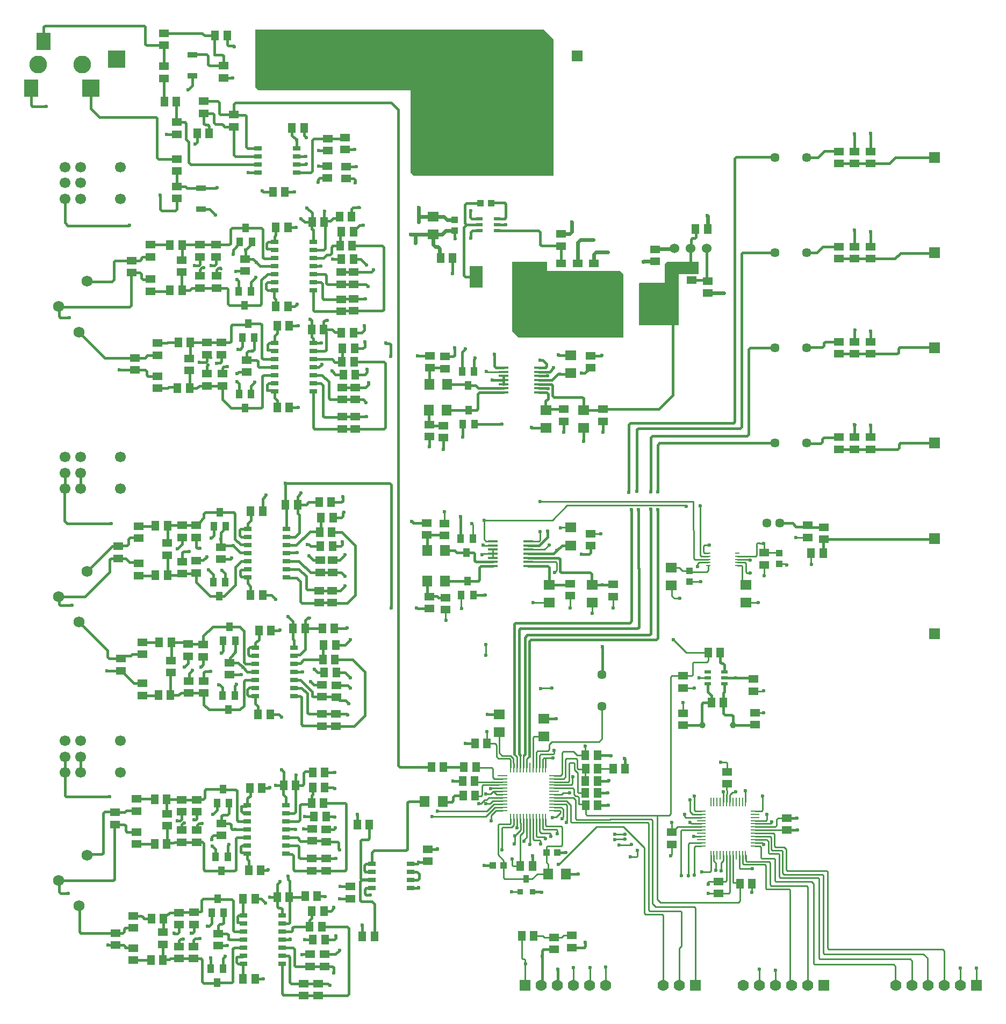
<source format=gtl>
G04*
G04 #@! TF.GenerationSoftware,Altium Limited,Altium Designer,20.0.13 (296)*
G04*
G04 Layer_Physical_Order=1*
G04 Layer_Color=255*
%FSLAX44Y44*%
%MOMM*%
G71*
G01*
G75*
%ADD10C,0.6000*%
%ADD15C,0.2540*%
%ADD16C,0.5000*%
%ADD19R,0.9144X1.2700*%
%ADD20R,0.9144X0.9144*%
%ADD21O,1.6000X0.4000*%
%ADD22R,0.2500X1.4000*%
%ADD23O,0.2500X1.4000*%
%ADD24O,1.4000X0.2500*%
%ADD25O,0.2500X1.5500*%
%ADD26O,1.5500X0.2500*%
%ADD27R,1.3000X1.5000*%
%ADD28R,1.1000X0.6000*%
%ADD29R,1.5000X1.3000*%
%ADD30R,1.0000X1.1000*%
%ADD31R,1.8000X1.6000*%
%ADD32R,1.1000X1.0000*%
%ADD33R,1.6000X1.8000*%
%ADD34R,1.0000X1.4000*%
%ADD35R,1.1000X0.6000*%
%ADD36R,2.0000X3.5000*%
%ADD37R,1.2700X0.7200*%
%ADD38R,1.6000X0.9000*%
%ADD39R,2.2000X2.8000*%
%ADD40R,2.8000X2.8000*%
%ADD41R,2.8000X2.8000*%
%ADD42R,0.7500X0.2500*%
%ADD77C,0.3810*%
%ADD78C,1.7780*%
%ADD79R,1.7780X1.7780*%
%ADD80C,1.0000*%
%ADD81C,1.5240*%
%ADD82C,2.8000*%
%ADD83C,1.7500*%
%ADD84C,1.7000*%
%ADD85R,1.7780X1.7780*%
%ADD86C,1.4500*%
%ADD87C,0.6000*%
G36*
X850000Y1540000D02*
Y1325000D01*
X630000D01*
X625000Y1330000D01*
Y1460000D01*
X385000D01*
X380000Y1465000D01*
Y1555000D01*
X835000D01*
X850000Y1540000D01*
D02*
G37*
G36*
X840000Y1175000D02*
X955000D01*
X960000Y1170000D01*
Y1070000D01*
X795000D01*
X785000Y1080000D01*
Y1190000D01*
X840000D01*
Y1175000D01*
D02*
G37*
G36*
X1073000Y1189500D02*
X1078750D01*
Y1171000D01*
X1078543Y1170500D01*
X1046750D01*
Y1089909D01*
X1045577Y1089423D01*
X1045250Y1089750D01*
X984750D01*
Y1153000D01*
Y1154500D01*
X984637Y1155291D01*
X985469Y1156250D01*
X1025250D01*
Y1186000D01*
X1029000Y1189750D01*
X1072750D01*
X1073000Y1189500D01*
D02*
G37*
D10*
X1092375Y1262125D02*
X1092500Y1262000D01*
X1092250Y1262250D02*
X1092375Y1262125D01*
X830000Y1474000D02*
X830250Y1473750D01*
X830000Y1474000D02*
Y1512000D01*
X1093000Y1140500D02*
X1118000D01*
X1010000Y1209500D02*
X1010750Y1210250D01*
X1039850D01*
X1040600Y1211000D01*
X1092500Y1241000D02*
Y1262000D01*
X991750Y1190500D02*
X1010000D01*
X991000Y1189750D02*
X991750Y1190500D01*
X888000Y1220250D02*
X892500Y1224750D01*
X912750D01*
X888000Y1187500D02*
Y1220250D01*
X913000Y1187500D02*
Y1201485D01*
X916515Y1205000D01*
X935250D01*
X862000Y1233500D02*
X875485D01*
X879000Y1237015D01*
Y1252500D01*
X663515Y1213000D02*
X667485D01*
X670293Y1197457D02*
X671750Y1196000D01*
X670293Y1197457D02*
Y1210192D01*
X667485Y1213000D02*
X670293Y1210192D01*
X660000Y1216515D02*
Y1233000D01*
Y1216515D02*
X663515Y1213000D01*
X632250Y1233000D02*
X660000D01*
X625000D02*
X632250D01*
Y1219250D02*
Y1233000D01*
X632000Y1219000D02*
X632250Y1219250D01*
X624750Y1233250D02*
X625000Y1233000D01*
X637500Y1260750D02*
Y1275250D01*
Y1252750D02*
Y1260750D01*
X637250Y1252500D02*
X637500Y1252750D01*
X637750Y1261000D02*
X660000D01*
X637500Y1260750D02*
X637750Y1261000D01*
X682250Y1255500D02*
X694000D01*
X660000Y1261000D02*
X676750D01*
X682250Y1255500D01*
X680000Y1238500D02*
X694000D01*
X674500Y1233000D02*
X680000Y1238500D01*
X660000Y1233000D02*
X674500D01*
D15*
X1122500Y357801D02*
Y367000D01*
Y350665D02*
X1123370Y351535D01*
Y356931D01*
X1127500Y339000D02*
Y349810D01*
X1131778Y354088D01*
X1136588D02*
X1137250Y354750D01*
X1122500Y357801D02*
X1123370Y356931D01*
X1122500Y367000D02*
X1123000Y367500D01*
X1131778Y354088D02*
X1136588D01*
X1122500Y339000D02*
Y350665D01*
X737000Y728000D02*
X739000Y730000D01*
X754000D01*
Y736500D01*
Y723500D02*
Y730000D01*
X722500Y754000D02*
Y775500D01*
X720750Y777250D02*
X722500Y775500D01*
X1053250Y702500D02*
X1064000D01*
X1035000Y708000D02*
X1047750D01*
X1053250Y702500D01*
X1064000D02*
X1065500Y701000D01*
X1091000D01*
X1094000Y704000D02*
Y711000D01*
X1091000Y701000D02*
X1094000Y704000D01*
X1040000Y659250D02*
X1048500D01*
X1035000Y680000D02*
X1036250Y678750D01*
Y663000D02*
X1040000Y659250D01*
X1036250Y663000D02*
Y678750D01*
X910625Y635625D02*
X911000Y636000D01*
X910250Y635250D02*
X910625Y635625D01*
X1064000Y685500D02*
X1082000D01*
X1082000Y685500D01*
X1255500Y714000D02*
Y731000D01*
Y714000D02*
X1256250Y713250D01*
X1232250Y755500D02*
X1250000D01*
X1232000Y755250D02*
X1232250Y755500D01*
X1205000Y713500D02*
X1216250D01*
X1217500Y712250D01*
X1182000Y695000D02*
Y712500D01*
Y695000D02*
X1182500Y694500D01*
X1153000Y653000D02*
X1172250D01*
X1172500Y652750D01*
X1139000Y711000D02*
X1145762D01*
X1147250Y686750D02*
X1153000Y681000D01*
X1147250Y686750D02*
Y709512D01*
X1145762Y711000D02*
X1147250Y709512D01*
X1154488Y699750D02*
X1159941D01*
X1153000Y701238D02*
X1154488Y699750D01*
X1151512Y716000D02*
X1153000Y714512D01*
Y701238D02*
Y714512D01*
X1139000Y721000D02*
X1158250D01*
X1159750Y719500D01*
X1139000Y716000D02*
X1151512D01*
X1182000Y731500D02*
X1204000D01*
X1205000Y730500D01*
X1181500Y732000D02*
X1182000Y731500D01*
X1181500Y732000D02*
Y745500D01*
X1180838Y746162D02*
X1181500Y745500D01*
X1169500Y727488D02*
Y745012D01*
X1174822Y746162D02*
X1180838D01*
X1174484Y746500D02*
X1174822Y746162D01*
X1170988Y746500D02*
X1174484D01*
X1169500Y745012D02*
X1170988Y746500D01*
X1139000Y726000D02*
X1168012D01*
X1169500Y727488D01*
X899750Y427000D02*
X900000Y426750D01*
X1167000Y479500D02*
X1181250D01*
X1181250Y479500D01*
X1165000Y513500D02*
X1180000D01*
X1180500Y514000D01*
X1079750Y534500D02*
X1093000D01*
X1079250Y534000D02*
X1079750Y534500D01*
X1036482Y537500D02*
X1067762D01*
X1069250Y538988D01*
Y557646D01*
X1070738Y559134D01*
X1091268D01*
X1054000Y478500D02*
Y495000D01*
X1054000Y495000D02*
X1054000Y495000D01*
Y518500D02*
X1071250D01*
X1071500Y518250D01*
X1045750Y299500D02*
X1083000D01*
X1037250Y291000D02*
X1045750Y299500D01*
X1036250Y291000D02*
X1037250D01*
X1067000Y304500D02*
X1083000D01*
X1064500Y307000D02*
X1067000Y304500D01*
X1123000Y386500D02*
Y400262D01*
X1121512Y401750D02*
X1123000Y400262D01*
X1113500Y401750D02*
X1121512D01*
X1034750Y254250D02*
X1036250Y255750D01*
Y272000D01*
Y291000D02*
Y306750D01*
X900000Y412000D02*
Y426750D01*
X926250Y438488D02*
Y489250D01*
X842750Y421482D02*
Y429191D01*
X921602Y433839D02*
X926250Y438488D01*
X847398Y433839D02*
X921602D01*
X842750Y429191D02*
X847398Y433839D01*
X745000Y431000D02*
Y449000D01*
X744500Y449500D02*
X745000Y449000D01*
X944000Y644250D02*
Y662500D01*
X943750Y644000D02*
X944000Y644250D01*
X911000Y636000D02*
Y653000D01*
X876000Y644000D02*
Y663500D01*
Y644000D02*
X876000Y644000D01*
X817750Y653000D02*
X843000D01*
X860500Y770750D02*
X860750Y771000D01*
X860250Y770500D02*
X860500Y770750D01*
X678250Y796000D02*
X678500Y796250D01*
X678000Y795750D02*
X678250Y796000D01*
X755000Y355500D02*
X769750D01*
X754801D02*
X755000D01*
X851500Y700250D02*
X855000Y703750D01*
X704500Y644000D02*
Y665000D01*
Y644000D02*
X705000Y643500D01*
X680000Y625250D02*
Y641500D01*
Y625250D02*
X680500Y624750D01*
X678000Y777500D02*
Y795750D01*
X1109500Y213750D02*
X1121012D01*
X1094580D02*
X1109500D01*
X908000Y761500D02*
X924250D01*
X924250Y761500D01*
X860750Y771000D02*
X877000D01*
X810000Y736500D02*
X835750D01*
X842750Y743500D01*
X823750Y749500D02*
X827012D01*
X828750Y751238D02*
Y764500D01*
X827012Y749500D02*
X828750Y751238D01*
X810000Y749500D02*
X823750D01*
X823750Y749500D01*
X810000Y717000D02*
X853000D01*
X855000Y715000D01*
Y703750D02*
Y715000D01*
X829500Y517750D02*
X830000Y518250D01*
X847250D01*
X751000Y360000D02*
X751500Y360500D01*
X750551Y351250D02*
X754801Y355500D01*
X738868Y365870D02*
X762920D01*
X727000Y370500D02*
X769750D01*
X751500Y360500D02*
X769750D01*
X970750Y252500D02*
X980762D01*
X982250Y253988D02*
Y262750D01*
X980762Y252500D02*
X982250Y253988D01*
X970500Y252750D02*
X970750Y252500D01*
X953000Y271250D02*
X953125Y271375D01*
X972875D01*
X973000Y271500D01*
X1071000Y284500D02*
X1083000D01*
X1167000Y274500D02*
X1178500D01*
X1181000Y272000D01*
X837250Y281131D02*
Y282512D01*
Y279750D02*
Y281131D01*
X858301Y240250D02*
X917563Y299512D01*
X857750Y240250D02*
X858301D01*
X917563Y299512D02*
X959539D01*
X992500Y266551D01*
Y163500D02*
Y266551D01*
X667000Y324500D02*
X744753D01*
X755753Y335500D01*
X738750Y743000D02*
X754000D01*
X738500Y743250D02*
X738750Y743000D01*
X658250Y316250D02*
X743256D01*
X757506Y330500D01*
X744250Y1016500D02*
X770750D01*
X744000Y1016750D02*
X744250Y1016500D01*
X1114000Y243218D02*
X1117500Y246718D01*
X1114000Y230000D02*
Y243218D01*
X1122500Y215238D02*
Y255000D01*
X1121012Y213750D02*
X1122500Y215238D01*
X1117500Y246718D02*
Y255000D01*
X1105500Y231250D02*
Y243000D01*
X1102500Y246000D02*
X1105500Y243000D01*
X1114750Y195730D02*
Y199000D01*
X1126012Y194750D02*
X1127500Y196238D01*
X1114750Y195730D02*
X1115730Y194750D01*
X1126012D01*
X1127500Y196238D02*
Y255000D01*
X1147500Y241988D02*
X1148988Y240500D01*
X1182512D02*
X1184000Y239012D01*
X1147500Y241988D02*
Y255000D01*
X1184000Y202738D02*
Y239012D01*
X1148988Y240500D02*
X1182512D01*
X1152500Y255000D02*
X1152520Y254980D01*
X1189512Y244750D02*
X1191000Y243262D01*
X1154008Y244750D02*
X1189512D01*
X1152520Y246238D02*
Y254980D01*
Y246238D02*
X1154008Y244750D01*
X1176250Y251738D02*
X1177738Y250250D01*
X1176250Y251738D02*
Y268012D01*
X1177738Y250250D02*
X1196762D01*
X1198250Y248762D01*
X1185488Y201250D02*
X1221262D01*
X1184000Y202738D02*
X1185488Y201250D01*
X1222750Y52250D02*
Y199762D01*
X1221262Y201250D02*
X1222750Y199762D01*
Y52250D02*
X1225000Y50000D01*
X1199600Y50000D02*
X1199750Y50150D01*
Y74000D01*
X1174200Y50000D02*
X1174250Y50050D01*
Y75500D01*
X1102500Y246000D02*
Y255000D01*
X1162500Y196500D02*
Y210250D01*
X1162250Y196250D02*
X1162500Y196500D01*
X1093250Y194750D02*
X1109500D01*
X1093250Y194750D02*
X1093250Y194750D01*
X1093092Y210158D02*
X1093750Y209500D01*
X1093092Y212262D02*
X1094580Y213750D01*
X1093092Y210158D02*
Y212262D01*
X1193750Y307494D02*
Y309000D01*
Y305988D02*
Y307494D01*
X1193500Y305988D02*
X1193750D01*
X1516200Y50000D02*
Y76700D01*
X1516250Y76750D01*
X1490800Y50000D02*
X1491000Y50200D01*
Y77250D01*
X1167000Y304500D02*
X1192012D01*
X1193500Y305988D01*
X1167000Y309500D02*
X1184262D01*
X1185750Y310988D01*
Y319000D01*
X1201250Y301732D02*
Y311268D01*
X1217000Y313500D02*
X1217250Y313750D01*
X1203482Y313500D02*
X1217000D01*
X1201250Y311268D02*
X1203482Y313500D01*
X1167000Y299500D02*
X1199018D01*
X1201250Y301732D01*
X1233500Y313750D02*
X1233500Y313750D01*
X1167000Y294500D02*
X1217000D01*
X1282988Y106750D02*
X1463012D01*
X1465400Y50000D02*
Y104362D01*
X1463012Y106750D02*
X1465400Y104362D01*
X1281500Y108238D02*
Y229262D01*
Y108238D02*
X1282988Y106750D01*
X1432750Y99250D02*
X1438750Y93250D01*
Y51250D02*
X1440000Y50000D01*
X1276738Y99250D02*
X1432750D01*
X1438750Y51250D02*
Y93250D01*
X1275250Y100738D02*
X1276738Y99250D01*
X1269238Y91250D02*
X1411750D01*
X1414750Y50150D02*
Y88250D01*
X1411750Y91250D02*
X1414750Y88250D01*
X1217988Y230750D02*
X1280012D01*
X1281500Y229262D01*
X1216500Y232238D02*
Y264250D01*
Y232238D02*
X1217988Y230750D01*
X1213375Y224625D02*
X1273762D01*
X1275250Y223137D01*
Y100738D02*
Y223137D01*
X1197750Y269238D02*
Y288012D01*
Y269238D02*
X1199238Y267750D01*
X1213000D01*
X1216500Y264250D01*
X1167000Y289500D02*
X1196262D01*
X1197750Y288012D01*
X1210750Y227250D02*
X1213375Y224625D01*
X1206738Y219750D02*
X1266262D01*
X1267750Y92738D02*
Y218262D01*
X1266262Y219750D02*
X1267750Y218262D01*
X1210750Y227250D02*
Y261012D01*
X1194238Y262500D02*
X1209262D01*
X1210750Y261012D01*
X1192750Y263988D02*
Y282500D01*
Y263988D02*
X1194238Y262500D01*
X1167000Y284500D02*
X1190750D01*
X1192750Y282500D01*
X1167000Y279500D02*
X1185500D01*
X1188250Y259238D02*
Y276750D01*
X1185500Y279500D02*
X1188250Y276750D01*
X1414600Y50000D02*
X1414750Y50150D01*
X1267750Y92738D02*
X1269238Y91250D01*
X1388500Y50700D02*
Y80000D01*
X1385750Y82750D02*
X1388500Y80000D01*
Y50700D02*
X1389200Y50000D01*
X1261238Y82750D02*
X1385750D01*
X1199738Y213500D02*
X1256250D01*
X1248912Y206750D02*
X1250400Y205262D01*
X1256250Y213500D02*
X1259750Y210000D01*
X1250400Y50000D02*
Y205262D01*
X1259750Y84238D02*
Y210000D01*
X1192488Y206750D02*
X1248912D01*
X1259750Y84238D02*
X1261238Y82750D01*
X1198250Y214988D02*
X1199738Y213500D01*
X1198250Y214988D02*
Y248762D01*
X1205250Y221238D02*
Y256262D01*
Y221238D02*
X1206738Y219750D01*
X1191000Y208238D02*
X1192488Y206750D01*
X1191000Y208238D02*
Y243262D01*
X1189738Y257750D02*
X1203762D01*
X1205250Y256262D01*
X1188250Y259238D02*
X1189738Y257750D01*
X1167000Y269500D02*
X1174762D01*
X1176250Y268012D01*
X1152500Y339000D02*
Y356250D01*
X1086000Y732488D02*
Y741762D01*
X1087738Y743500D02*
X1095500D01*
X1086000Y741762D02*
X1087738Y743500D01*
X1087488Y731000D02*
X1094000D01*
X1086000Y732488D02*
X1087488Y731000D01*
X797500Y306290D02*
X798370Y305420D01*
Y294937D02*
Y305420D01*
X797500Y306290D02*
Y312750D01*
X788933Y285500D02*
X798370Y294937D01*
X792500Y297750D02*
Y312750D01*
X802510Y291010D02*
Y312740D01*
X797500Y286000D02*
X802510Y291010D01*
X802500Y312750D02*
X802510Y312740D01*
X787480Y302666D02*
Y312730D01*
X783684Y298870D02*
X787480Y302666D01*
Y312730D02*
X787500Y312750D01*
X782500Y305189D02*
Y312750D01*
X781012Y303701D02*
X782500Y305189D01*
X769738Y298870D02*
X783684D01*
X797500Y238250D02*
Y286000D01*
X807500Y283232D02*
Y312750D01*
X803500Y279232D02*
X807500Y283232D01*
X812500Y272000D02*
Y312750D01*
X768250Y263000D02*
Y297382D01*
X769738Y298870D01*
X763868Y303701D02*
X781012D01*
X762380Y302213D02*
X763868Y303701D01*
X762380Y255882D02*
Y302213D01*
Y255882D02*
X771500Y246762D01*
X835250Y125250D02*
X862250D01*
X865500Y128500D02*
X879000D01*
X862250Y125250D02*
X865500Y128500D01*
X818500Y128000D02*
X832500D01*
X835250Y125250D01*
X805250Y50250D02*
Y90250D01*
X805000Y50000D02*
X805250Y50250D01*
X803750Y91750D02*
X805250Y90250D01*
X799500Y93238D02*
Y128000D01*
Y93238D02*
X800988Y91750D01*
X803750D01*
X1050250Y223250D02*
X1051000Y222500D01*
X1050250Y223250D02*
Y293012D01*
X1051738Y294500D02*
X1083000D01*
X1050250Y293012D02*
X1051738Y294500D01*
X1062500Y223000D02*
Y273012D01*
Y221195D02*
Y223000D01*
X1073488Y269480D02*
X1082980D01*
X1072000Y267992D02*
X1073488Y269480D01*
X1072000Y223500D02*
Y267992D01*
X1063988Y274500D02*
X1083000D01*
X1062500Y273012D02*
X1063988Y274500D01*
X1096012Y229000D02*
X1097500Y230488D01*
Y255000D01*
X1083750Y229000D02*
X1096012D01*
X1082980Y269480D02*
X1083000Y269500D01*
X932000Y50000D02*
X932250Y50250D01*
Y79250D01*
X881200Y50000D02*
X881500Y50300D01*
Y77750D01*
X906600Y50000D02*
X907000Y50400D01*
Y78250D01*
X946500Y279750D02*
X946750Y280000D01*
X962750D01*
X1058238Y314500D02*
X1083000D01*
X1056750Y315988D02*
X1058238Y314500D01*
X1056750Y315988D02*
Y319000D01*
X946500Y288000D02*
X962750D01*
X1167000Y324500D02*
X1177762D01*
X1179250Y325988D01*
Y348000D01*
X1143988Y233500D02*
X1162750D01*
X1142500Y234988D02*
X1143988Y233500D01*
X1142500Y234988D02*
Y255000D01*
X876670Y307988D02*
X878158Y306500D01*
X863000Y313186D02*
X864798Y314984D01*
X850250Y330500D02*
X861810D01*
X853912Y315162D02*
X860658Y321908D01*
X850250Y325500D02*
X859170D01*
X869382Y335500D02*
X870870Y334012D01*
X863000Y312250D02*
Y313186D01*
X859170Y325500D02*
X860658Y324012D01*
X848912Y315162D02*
X853912D01*
X870500Y306750D02*
X870870Y307120D01*
Y334012D01*
X864798Y314984D02*
Y327512D01*
X860658Y321908D02*
Y324012D01*
X878158Y306500D02*
X998012D01*
X861810Y330500D02*
X864798Y327512D01*
X870237Y340500D02*
X876670Y334067D01*
Y307988D02*
Y334067D01*
X848250Y314500D02*
X848912Y315162D01*
X1132500Y211482D02*
Y255000D01*
X1142268Y211482D02*
X1142928Y210822D01*
X1132500Y211482D02*
X1142268D01*
X1142928Y210822D02*
Y211320D01*
X1138270Y215979D02*
X1142928Y211320D01*
X1018250Y180500D02*
X1141268D01*
X1143500Y182732D01*
Y210250D01*
X1069238Y319500D02*
X1083000D01*
X1065000Y323738D02*
X1069238Y319500D01*
X1065000Y323738D02*
Y342000D01*
X1071750Y347750D02*
X1072000Y348000D01*
X1071750Y325988D02*
Y347750D01*
Y325988D02*
X1073238Y324500D01*
X1083000D01*
X1083000Y324500D01*
X994500Y161500D02*
X1021012D01*
X1022500Y50100D02*
Y160012D01*
X1021012Y161500D02*
X1022500Y160012D01*
Y50100D02*
X1022600Y50000D01*
X992500Y163500D02*
X994500Y161500D01*
X884500Y312488D02*
Y341750D01*
Y312488D02*
X885988Y311000D01*
X939000D01*
X1073400Y50000D02*
Y172262D01*
X1071912Y173750D02*
X1073400Y172262D01*
X1010500Y173750D02*
X1071912D01*
X1000988Y167250D02*
X1049670D01*
X1048000Y50000D02*
Y108364D01*
X1051158Y111522D01*
Y165762D01*
X1049670Y167250D02*
X1051158Y165762D01*
X999500Y168738D02*
Y305012D01*
Y168738D02*
X1000988Y167250D01*
X998012Y306500D02*
X999500Y305012D01*
X1005500Y178750D02*
Y309762D01*
Y178750D02*
X1010500Y173750D01*
X939250Y311250D02*
X1004012D01*
X1005500Y309762D01*
X939000Y311000D02*
X939250Y311250D01*
X880750Y345500D02*
X884500Y341750D01*
X850250Y345500D02*
X880750D01*
X850250Y340500D02*
X870237D01*
X889250Y335732D02*
X898768D01*
X889250D02*
Y346018D01*
X850250Y335500D02*
X869382D01*
X863000Y270988D02*
Y299262D01*
X861512Y300750D02*
X863000Y299262D01*
X838988Y300750D02*
X861512D01*
Y269500D02*
X863000Y270988D01*
X839988Y269500D02*
X861512D01*
X1013000Y317500D02*
X1032018D01*
X902732D02*
X1013000D01*
Y185750D02*
X1018250Y180500D01*
X1013000Y185750D02*
Y317500D01*
X1034250Y319732D02*
Y535268D01*
X1036482Y537500D01*
X1032018Y317500D02*
X1034250Y319732D01*
X900500D02*
Y334000D01*
Y319732D02*
X902732Y317500D01*
X1091268Y559134D02*
X1093500Y561366D01*
Y574000D01*
X1059250D02*
X1093500D01*
X1078982Y716000D02*
X1094000D01*
X1076750Y713768D02*
X1078982Y716000D01*
X1076750Y709750D02*
Y713768D01*
X1082238Y726000D02*
X1094000D01*
X1080750Y727488D02*
X1082238Y726000D01*
X1080750Y727488D02*
Y804963D01*
X1058300Y805700D02*
X1059275Y804725D01*
X870962Y805700D02*
X1058300D01*
X848012Y782750D02*
X870962Y805700D01*
X829000Y812000D02*
X1070250D01*
X740750Y782750D02*
X848012D01*
X740250Y782250D02*
X740750Y782750D01*
X740250Y752626D02*
Y782250D01*
Y752626D02*
X743375Y749500D01*
X754000D01*
X743000Y569500D02*
X743250Y569750D01*
Y586750D01*
X865232Y418250D02*
X881000D01*
X863000Y416018D02*
X865232Y418250D01*
X863000Y382732D02*
Y416018D01*
X887250Y412000D02*
X900000D01*
X881000Y418250D02*
X887250Y412000D01*
X868750Y405762D02*
X870238Y407250D01*
X887250Y392238D02*
Y405762D01*
X885762Y407250D02*
X887250Y405762D01*
X870238Y407250D02*
X885762D01*
X868750Y378500D02*
Y405762D01*
X838500Y243750D02*
Y259500D01*
X792500Y393250D02*
Y409738D01*
X787738Y414500D02*
X792500Y409738D01*
X817500Y393250D02*
Y440512D01*
X827500Y411882D02*
X829488Y413870D01*
X822500Y417018D02*
X824732Y419250D01*
X822500Y393250D02*
Y417018D01*
X818988Y442000D02*
X834500D01*
X817500Y440512D02*
X818988Y442000D01*
X807500Y406250D02*
X812000Y410750D01*
X827500Y393250D02*
Y411882D01*
X824732Y419250D02*
X840518D01*
X802500Y393250D02*
Y411750D01*
X803360Y412610D01*
X807500Y393250D02*
Y406250D01*
X797500Y393250D02*
Y412750D01*
X764250Y416500D02*
Y448500D01*
X781983Y411890D02*
X786640Y407233D01*
X764250Y416500D02*
X768860Y411890D01*
X781983D01*
X787500Y393250D02*
Y399710D01*
X786640Y400570D02*
X787500Y399710D01*
X786640Y400570D02*
Y407233D01*
X780268Y407750D02*
X782500Y405518D01*
Y393250D02*
Y405518D01*
X762500Y407750D02*
X780268D01*
X840518Y419250D02*
X842750Y421482D01*
X829488Y413870D02*
X849103D01*
X850591Y415358D01*
Y419591D01*
X850750Y419750D01*
X832500Y405768D02*
X834732Y408000D01*
X837500D01*
X832500Y393250D02*
Y405768D01*
X837500Y408000D02*
X849350D01*
X837500Y393250D02*
Y408000D01*
X882250Y350232D02*
X884482Y348000D01*
X882250Y350232D02*
Y358268D01*
X884482Y348000D02*
X887268D01*
X865250Y353500D02*
X875000D01*
X880018Y360500D02*
X882250Y358268D01*
X850250Y360500D02*
X880018D01*
X862250Y350500D02*
X865250Y353500D01*
X887268Y348000D02*
X889250Y346018D01*
X850250Y350500D02*
X862250D01*
X898768Y335732D02*
X900500Y334000D01*
X888988Y353000D02*
X900000D01*
X887500Y354488D02*
Y384750D01*
Y354488D02*
X888988Y353000D01*
X850250Y365500D02*
X877518D01*
X879750Y367732D01*
Y378250D01*
X880250Y378750D01*
X875488Y400250D02*
X881622D01*
X883110Y398762D01*
Y389140D02*
Y398762D01*
Y389140D02*
X887500Y384750D01*
X888738Y390750D02*
X900250D01*
X887250Y392238D02*
X888738Y390750D01*
X874000Y371988D02*
Y398762D01*
X875488Y400250D01*
X850250Y370500D02*
X872512D01*
X874000Y371988D01*
X919500Y391000D02*
X943500D01*
X900000Y372000D02*
Y390500D01*
X900250Y390750D01*
X865750Y375500D02*
X868750Y378500D01*
X850250Y375500D02*
X865750D01*
X850250Y380500D02*
X860768D01*
X863000Y382732D01*
X803500Y276750D02*
Y279232D01*
X829500Y273000D02*
Y277012D01*
X819750Y278500D02*
X828012D01*
X829500Y277012D01*
X817500Y280750D02*
X819750Y278500D01*
X817500Y280750D02*
Y312750D01*
X823988Y284000D02*
X835762D01*
X837250Y282512D01*
X822500Y285488D02*
Y312750D01*
Y285488D02*
X823988Y284000D01*
X830000Y289750D02*
X843762D01*
X827500Y292250D02*
Y312750D01*
Y292250D02*
X830000Y289750D01*
X845250Y284500D02*
Y288262D01*
X843762Y289750D02*
X845250Y288262D01*
X833988Y295750D02*
X854012D01*
X832500Y297238D02*
Y312750D01*
Y297238D02*
X833988Y295750D01*
X855500Y288750D02*
Y294262D01*
X854012Y295750D02*
X855500Y294262D01*
X837500Y302238D02*
Y312750D01*
X838500Y259500D02*
Y268012D01*
X839988Y269500D01*
X837500Y302238D02*
X838988Y300750D01*
X788933Y273183D02*
Y285500D01*
X788250Y272500D02*
X788933Y273183D01*
X771500Y239000D02*
X771500Y239000D01*
Y246762D01*
X771500Y218988D02*
Y239000D01*
X785738Y238250D02*
X797500D01*
X784250Y239738D02*
X785738Y238250D01*
X784250Y239738D02*
Y248500D01*
X784750Y249000D01*
X796778Y197750D02*
X797348Y197180D01*
X783500Y197750D02*
X796778D01*
X841000Y225500D02*
X841750Y226250D01*
Y240500D01*
X838500Y243750D02*
X841750Y240500D01*
X824250Y225500D02*
X841000D01*
X816250Y217500D02*
X824250Y225500D01*
X807000Y217500D02*
X816250D01*
X772988D02*
X807000D01*
X771500Y218988D02*
X772988Y217500D01*
X797500Y238250D02*
X797500Y238250D01*
X751500Y317742D02*
X759379Y325621D01*
X751500Y309250D02*
Y317742D01*
X769629Y325621D02*
X769750Y325500D01*
X759379Y325621D02*
X769629D01*
X757506Y330500D02*
X769750D01*
X755753Y335500D02*
X769750D01*
X732250Y336500D02*
X735699D01*
X741069Y341870D01*
X744370D01*
X748000Y345500D01*
X743500Y336000D02*
X749500D01*
X754000Y340500D01*
X748000Y345500D02*
X769750D01*
X754000Y340500D02*
X769750D01*
X1117500Y339000D02*
Y354500D01*
X727250Y348250D02*
X735892D01*
X737380Y364382D02*
X738868Y365870D01*
X735892Y348250D02*
X737380Y349738D01*
Y364382D01*
X762920Y365870D02*
X763270Y365520D01*
X743250Y351250D02*
X750551D01*
X743250D02*
Y351750D01*
X755000Y355500D02*
X760000Y350500D01*
X769750D01*
X726500Y349000D02*
X727250Y348250D01*
X754500Y377732D02*
Y390768D01*
X727500Y394000D02*
X728500Y393000D01*
X752268D01*
X754500Y390768D01*
X756732Y375500D02*
X769750D01*
X754500Y377732D02*
X756732Y375500D01*
X759750Y410500D02*
Y428518D01*
X745000Y431000D02*
X745250Y430750D01*
X757518D01*
X759750Y428518D01*
Y410500D02*
X762500Y407750D01*
X1070250Y812000D02*
X1070750Y722488D01*
X1072238Y721000D02*
X1094000D01*
X1070750Y722488D02*
X1072238Y721000D01*
X810000Y749500D02*
X810250Y749750D01*
X1038750Y594500D02*
X1059250Y574000D01*
D16*
X547982Y216000D02*
X564000D01*
D19*
X807000Y217500D02*
D03*
D20*
X816398Y197180D02*
D03*
X797348D02*
D03*
D21*
X770750Y1023000D02*
D03*
Y1016500D02*
D03*
Y1010000D02*
D03*
Y1003500D02*
D03*
Y997000D02*
D03*
Y990500D02*
D03*
Y984000D02*
D03*
X826750Y1023000D02*
D03*
Y1016500D02*
D03*
Y1010000D02*
D03*
Y1003500D02*
D03*
Y997000D02*
D03*
Y990500D02*
D03*
Y984000D02*
D03*
X810000Y710500D02*
D03*
Y717000D02*
D03*
Y723500D02*
D03*
Y730000D02*
D03*
Y736500D02*
D03*
Y743000D02*
D03*
Y749500D02*
D03*
X754000Y710500D02*
D03*
Y717000D02*
D03*
Y723500D02*
D03*
Y730000D02*
D03*
Y736500D02*
D03*
Y743000D02*
D03*
Y749500D02*
D03*
D22*
X1152500Y339000D02*
D03*
D23*
X1147500D02*
D03*
X1142500D02*
D03*
X1137500D02*
D03*
X1132500D02*
D03*
X1127500D02*
D03*
X1122500D02*
D03*
X1117500D02*
D03*
X1112500D02*
D03*
X1107500D02*
D03*
X1102500D02*
D03*
X1097500D02*
D03*
Y255000D02*
D03*
X1102500D02*
D03*
X1107500D02*
D03*
X1112500D02*
D03*
X1117500D02*
D03*
X1122500D02*
D03*
X1127500D02*
D03*
X1132500D02*
D03*
X1137500D02*
D03*
X1142500D02*
D03*
X1147500D02*
D03*
X1152500D02*
D03*
D24*
X1083000Y324500D02*
D03*
Y319500D02*
D03*
Y314500D02*
D03*
Y309500D02*
D03*
Y304500D02*
D03*
Y299500D02*
D03*
Y294500D02*
D03*
Y289500D02*
D03*
Y284500D02*
D03*
Y279500D02*
D03*
Y274500D02*
D03*
Y269500D02*
D03*
X1167000D02*
D03*
Y274500D02*
D03*
Y279500D02*
D03*
Y284500D02*
D03*
Y289500D02*
D03*
Y294500D02*
D03*
Y299500D02*
D03*
Y304500D02*
D03*
Y309500D02*
D03*
Y314500D02*
D03*
Y319500D02*
D03*
Y324500D02*
D03*
D25*
X782500Y393250D02*
D03*
X787500D02*
D03*
X792500D02*
D03*
X797500D02*
D03*
X802500D02*
D03*
X807500D02*
D03*
X812500D02*
D03*
X817500D02*
D03*
X822500D02*
D03*
X827500D02*
D03*
X832500D02*
D03*
X837500D02*
D03*
Y312750D02*
D03*
X832500D02*
D03*
X827500D02*
D03*
X822500D02*
D03*
X817500D02*
D03*
X812500D02*
D03*
X807500D02*
D03*
X802500D02*
D03*
X797500D02*
D03*
X792500D02*
D03*
X787500D02*
D03*
X782500D02*
D03*
D26*
X850250Y380500D02*
D03*
Y375500D02*
D03*
Y370500D02*
D03*
Y365500D02*
D03*
Y360500D02*
D03*
Y355500D02*
D03*
Y350500D02*
D03*
Y345500D02*
D03*
Y340500D02*
D03*
Y335500D02*
D03*
Y330500D02*
D03*
Y325500D02*
D03*
X769750D02*
D03*
Y330500D02*
D03*
Y335500D02*
D03*
Y340500D02*
D03*
Y345500D02*
D03*
Y350500D02*
D03*
Y355500D02*
D03*
Y360500D02*
D03*
Y365500D02*
D03*
Y370500D02*
D03*
Y375500D02*
D03*
Y380500D02*
D03*
D27*
X1112500Y574000D02*
D03*
X1093500D02*
D03*
X1117500Y495000D02*
D03*
X1098500D02*
D03*
X1143500Y210250D02*
D03*
X1162500D02*
D03*
X1274500Y731000D02*
D03*
X1255500D02*
D03*
X816500Y238250D02*
D03*
X797500D02*
D03*
X900000Y412000D02*
D03*
X919000D02*
D03*
X919500Y391000D02*
D03*
X900500D02*
D03*
X919500Y334000D02*
D03*
X900500D02*
D03*
X919000Y353000D02*
D03*
X900000D02*
D03*
X962500Y391000D02*
D03*
X943500D02*
D03*
X919000Y372000D02*
D03*
X900000D02*
D03*
X726500Y349000D02*
D03*
X707500D02*
D03*
X725500Y372000D02*
D03*
X706500D02*
D03*
X1073500Y1241000D02*
D03*
X1092500D02*
D03*
X690750Y1196000D02*
D03*
X671750D02*
D03*
X426500Y1299750D02*
D03*
X407500D02*
D03*
X335500Y1546000D02*
D03*
X316500D02*
D03*
X307500Y1392000D02*
D03*
X288500D02*
D03*
X534500Y1194000D02*
D03*
X515500D02*
D03*
X513500Y1215000D02*
D03*
X532500D02*
D03*
X534500Y1237000D02*
D03*
X515500D02*
D03*
X512500Y1261000D02*
D03*
X531500D02*
D03*
X469500Y1252000D02*
D03*
X488500D02*
D03*
X431500Y1244000D02*
D03*
X412500D02*
D03*
X431500Y1119000D02*
D03*
X412500D02*
D03*
X264500Y1216000D02*
D03*
X245500D02*
D03*
X264500Y1145000D02*
D03*
X245500D02*
D03*
X537500Y1012000D02*
D03*
X518500D02*
D03*
X516500Y1032000D02*
D03*
X535500D02*
D03*
X536500Y1053000D02*
D03*
X517500D02*
D03*
X515500Y1078000D02*
D03*
X534500D02*
D03*
X468500Y1083000D02*
D03*
X487500D02*
D03*
X433500Y1089000D02*
D03*
X414500D02*
D03*
X433500Y960000D02*
D03*
X414500D02*
D03*
X277500Y1063000D02*
D03*
X258500D02*
D03*
X276500Y991000D02*
D03*
X257500D02*
D03*
X501500Y742000D02*
D03*
X482500D02*
D03*
X481500Y764000D02*
D03*
X500500D02*
D03*
X502500Y787000D02*
D03*
X483500D02*
D03*
X480500Y811000D02*
D03*
X499500D02*
D03*
X427500Y807000D02*
D03*
X446500D02*
D03*
X391500Y797000D02*
D03*
X372500D02*
D03*
X391500Y665000D02*
D03*
X372500D02*
D03*
X241500Y774000D02*
D03*
X222500D02*
D03*
X241500Y696000D02*
D03*
X222500D02*
D03*
X507500Y543000D02*
D03*
X488500D02*
D03*
X486500Y563000D02*
D03*
X505500D02*
D03*
X506500Y586000D02*
D03*
X487500D02*
D03*
X485500Y612000D02*
D03*
X504500D02*
D03*
X439500D02*
D03*
X458500D02*
D03*
X404500Y609000D02*
D03*
X385500D02*
D03*
X403500Y477000D02*
D03*
X384500D02*
D03*
X246500Y507000D02*
D03*
X227500D02*
D03*
X247500Y590000D02*
D03*
X228500D02*
D03*
X491500Y316000D02*
D03*
X472500D02*
D03*
X567500Y127000D02*
D03*
X548500D02*
D03*
X559500Y303000D02*
D03*
X540500D02*
D03*
X468500Y337000D02*
D03*
X487500D02*
D03*
X489500Y362000D02*
D03*
X470500D02*
D03*
X470500Y385000D02*
D03*
X489500D02*
D03*
X424500Y365000D02*
D03*
X443500D02*
D03*
X390500Y361000D02*
D03*
X371500D02*
D03*
X388500Y231000D02*
D03*
X369500D02*
D03*
X240500Y273000D02*
D03*
X221500D02*
D03*
X240500Y343000D02*
D03*
X221500D02*
D03*
X489750Y122000D02*
D03*
X470750D02*
D03*
X465750Y142500D02*
D03*
X484750D02*
D03*
X488000Y167250D02*
D03*
X469000D02*
D03*
X458500Y191000D02*
D03*
X477500D02*
D03*
X414500Y189000D02*
D03*
X433500D02*
D03*
X379500Y186000D02*
D03*
X360500D02*
D03*
X379500Y60000D02*
D03*
X360500D02*
D03*
X234500Y90000D02*
D03*
X215500D02*
D03*
X235500Y155000D02*
D03*
X216500D02*
D03*
X456750Y1400250D02*
D03*
X437750D02*
D03*
X255500Y1442000D02*
D03*
X236500D02*
D03*
X818500Y128000D02*
D03*
X799500D02*
D03*
X726000Y431000D02*
D03*
X745000D02*
D03*
X657500Y394000D02*
D03*
X676500D02*
D03*
X708500D02*
D03*
X727500D02*
D03*
D28*
X1119000Y525000D02*
D03*
Y534500D02*
D03*
Y544000D02*
D03*
X1093000Y525000D02*
D03*
Y534500D02*
D03*
Y544000D02*
D03*
D29*
X1165000Y532500D02*
D03*
Y513500D02*
D03*
X1167000Y460500D02*
D03*
Y479500D02*
D03*
X1054000Y459500D02*
D03*
Y478500D02*
D03*
X1109500Y194750D02*
D03*
Y213750D02*
D03*
X1276000Y752500D02*
D03*
Y771500D02*
D03*
X1250000Y774500D02*
D03*
Y755500D02*
D03*
X1182000Y731500D02*
D03*
Y712500D02*
D03*
X908000Y742500D02*
D03*
Y761500D02*
D03*
X944000Y681500D02*
D03*
Y662500D02*
D03*
X876000Y682500D02*
D03*
Y663500D02*
D03*
X680000Y641500D02*
D03*
Y660500D02*
D03*
X654000Y662500D02*
D03*
Y643500D02*
D03*
X908500Y1022750D02*
D03*
Y1041750D02*
D03*
X928000Y957500D02*
D03*
Y938500D02*
D03*
X866000Y957500D02*
D03*
Y938500D02*
D03*
X679000Y1021500D02*
D03*
Y1040500D02*
D03*
X655000Y1022500D02*
D03*
Y1041500D02*
D03*
X676000Y912500D02*
D03*
Y931500D02*
D03*
X654000Y933500D02*
D03*
Y914500D02*
D03*
X1093000Y1159500D02*
D03*
Y1140500D02*
D03*
X1067000Y1179500D02*
D03*
Y1160500D02*
D03*
X1010000Y1209500D02*
D03*
Y1190500D02*
D03*
X913000Y1168500D02*
D03*
Y1187500D02*
D03*
X888000Y1168500D02*
D03*
Y1187500D02*
D03*
X862000Y1168500D02*
D03*
Y1187500D02*
D03*
X523000Y1320500D02*
D03*
Y1339500D02*
D03*
X493000Y1340500D02*
D03*
Y1321500D02*
D03*
X330000Y1498500D02*
D03*
Y1479500D02*
D03*
X236000Y1549500D02*
D03*
Y1530500D02*
D03*
Y1497500D02*
D03*
Y1478500D02*
D03*
X346000Y1421500D02*
D03*
Y1402500D02*
D03*
X299000Y1442500D02*
D03*
Y1423500D02*
D03*
X256000Y1409500D02*
D03*
Y1390500D02*
D03*
X256000Y1289500D02*
D03*
Y1308500D02*
D03*
X535000Y1112500D02*
D03*
Y1131500D02*
D03*
X515000Y1111500D02*
D03*
Y1130500D02*
D03*
X535000Y1173500D02*
D03*
Y1154500D02*
D03*
X515000Y1173500D02*
D03*
Y1154500D02*
D03*
X364250Y1194000D02*
D03*
Y1175000D02*
D03*
X319000Y1167500D02*
D03*
Y1148500D02*
D03*
X318000Y1216500D02*
D03*
Y1197500D02*
D03*
X293000Y1216500D02*
D03*
Y1197500D02*
D03*
Y1167500D02*
D03*
Y1148500D02*
D03*
X264000Y1192500D02*
D03*
Y1173500D02*
D03*
X215000Y1216500D02*
D03*
Y1197500D02*
D03*
Y1143500D02*
D03*
Y1162500D02*
D03*
X185000Y1191500D02*
D03*
Y1172500D02*
D03*
X537000Y926500D02*
D03*
Y945500D02*
D03*
X517000Y926500D02*
D03*
Y945500D02*
D03*
X537000Y991500D02*
D03*
Y972500D02*
D03*
X517000Y991500D02*
D03*
Y972500D02*
D03*
X366000Y1035000D02*
D03*
Y1016000D02*
D03*
X327000Y1062500D02*
D03*
Y1043500D02*
D03*
X304000Y1062500D02*
D03*
Y1043500D02*
D03*
X328000Y1013500D02*
D03*
Y994500D02*
D03*
X304000Y1013500D02*
D03*
Y994500D02*
D03*
X276000Y1037500D02*
D03*
Y1018500D02*
D03*
X226000Y1061500D02*
D03*
Y1042500D02*
D03*
Y990500D02*
D03*
Y1009500D02*
D03*
X190000Y1038500D02*
D03*
Y1019500D02*
D03*
X501000Y652500D02*
D03*
Y671500D02*
D03*
X481000Y652500D02*
D03*
Y671500D02*
D03*
X502000Y719500D02*
D03*
Y700500D02*
D03*
X482000Y719500D02*
D03*
Y700500D02*
D03*
X325750Y740500D02*
D03*
Y721500D02*
D03*
X287000Y718500D02*
D03*
Y699500D02*
D03*
X265000Y717500D02*
D03*
Y698500D02*
D03*
X287000Y774500D02*
D03*
Y755500D02*
D03*
X265000Y774500D02*
D03*
Y755500D02*
D03*
X241000Y746500D02*
D03*
Y727500D02*
D03*
X196000Y695500D02*
D03*
Y714500D02*
D03*
Y773500D02*
D03*
Y754500D02*
D03*
X164000Y741500D02*
D03*
Y722500D02*
D03*
X485000Y458500D02*
D03*
Y477500D02*
D03*
X507000Y458500D02*
D03*
Y477500D02*
D03*
X508000Y522500D02*
D03*
Y503500D02*
D03*
X485000Y523500D02*
D03*
Y504500D02*
D03*
X339500Y558000D02*
D03*
Y539000D02*
D03*
X299000Y529500D02*
D03*
Y510500D02*
D03*
X275000Y529500D02*
D03*
Y510500D02*
D03*
X298000Y586500D02*
D03*
Y567500D02*
D03*
X274000Y587500D02*
D03*
Y568500D02*
D03*
X247000Y561500D02*
D03*
Y542500D02*
D03*
X202000Y590500D02*
D03*
Y571500D02*
D03*
Y506500D02*
D03*
Y525500D02*
D03*
X168000Y564500D02*
D03*
Y545500D02*
D03*
X652000Y245500D02*
D03*
Y264500D02*
D03*
X529750Y186500D02*
D03*
Y205500D02*
D03*
X469000Y230500D02*
D03*
Y249500D02*
D03*
X492000Y230500D02*
D03*
Y249500D02*
D03*
X470000Y296500D02*
D03*
Y277500D02*
D03*
X492000Y295500D02*
D03*
Y276500D02*
D03*
X326500Y305250D02*
D03*
Y286250D02*
D03*
X288000Y342500D02*
D03*
Y323500D02*
D03*
X264000Y342500D02*
D03*
Y323500D02*
D03*
X288000Y294500D02*
D03*
Y275500D02*
D03*
X264000Y294500D02*
D03*
Y275500D02*
D03*
X241000Y320500D02*
D03*
Y301500D02*
D03*
X193000Y272500D02*
D03*
Y291500D02*
D03*
Y343500D02*
D03*
Y324500D02*
D03*
X159000Y322500D02*
D03*
Y303500D02*
D03*
X456000Y34000D02*
D03*
Y53000D02*
D03*
X479000Y34000D02*
D03*
Y53000D02*
D03*
X466500Y99000D02*
D03*
Y80000D02*
D03*
X489500Y99000D02*
D03*
Y80000D02*
D03*
X321500Y131750D02*
D03*
Y112750D02*
D03*
X282500Y111000D02*
D03*
Y92000D02*
D03*
X283000Y165000D02*
D03*
Y146000D02*
D03*
X260000Y111000D02*
D03*
Y92000D02*
D03*
X259500Y164500D02*
D03*
Y145500D02*
D03*
X234000Y133500D02*
D03*
Y114500D02*
D03*
X188000Y159500D02*
D03*
Y140500D02*
D03*
Y89500D02*
D03*
Y108500D02*
D03*
X160000Y132500D02*
D03*
Y113500D02*
D03*
X1054000Y518500D02*
D03*
Y537500D02*
D03*
X1036250Y291000D02*
D03*
Y272000D02*
D03*
X1217250Y313750D02*
D03*
Y294750D02*
D03*
X256000Y1351500D02*
D03*
Y1332500D02*
D03*
X851000Y125500D02*
D03*
Y106500D02*
D03*
X879000Y109500D02*
D03*
Y128500D02*
D03*
X1123000Y386500D02*
D03*
Y367500D02*
D03*
X862000Y1233500D02*
D03*
Y1214500D02*
D03*
X494000Y1383500D02*
D03*
Y1364500D02*
D03*
X521000Y1366500D02*
D03*
Y1385500D02*
D03*
X678000Y777500D02*
D03*
Y758500D02*
D03*
X650000Y778500D02*
D03*
Y759500D02*
D03*
X1299000Y913500D02*
D03*
Y894500D02*
D03*
X1349000Y913500D02*
D03*
Y894500D02*
D03*
X1324000Y913500D02*
D03*
Y894500D02*
D03*
X1299000Y1063500D02*
D03*
Y1044500D02*
D03*
X1349000Y1063500D02*
D03*
Y1044500D02*
D03*
X1324000Y1063500D02*
D03*
Y1044500D02*
D03*
X1299000Y1213500D02*
D03*
Y1194500D02*
D03*
X1349000Y1213500D02*
D03*
Y1194500D02*
D03*
X1324000Y1213500D02*
D03*
Y1194500D02*
D03*
X1299000Y1363500D02*
D03*
Y1344500D02*
D03*
X1349000Y1363500D02*
D03*
Y1344500D02*
D03*
X1324000Y1363500D02*
D03*
Y1344500D02*
D03*
D30*
X1205000Y713500D02*
D03*
Y730500D02*
D03*
X1064000Y685500D02*
D03*
Y702500D02*
D03*
X694000Y1255500D02*
D03*
Y1238500D02*
D03*
D31*
X1153000Y653000D02*
D03*
Y681000D02*
D03*
X877000Y771000D02*
D03*
Y743000D02*
D03*
X911000Y653000D02*
D03*
Y681000D02*
D03*
X843000Y653000D02*
D03*
Y681000D02*
D03*
X876750Y1042750D02*
D03*
Y1014750D02*
D03*
X897000Y928000D02*
D03*
Y956000D02*
D03*
X838000Y928000D02*
D03*
Y956000D02*
D03*
X660000Y1233000D02*
D03*
Y1261000D02*
D03*
X834500Y442000D02*
D03*
Y470000D02*
D03*
X764250Y448500D02*
D03*
Y476500D02*
D03*
X1035000Y708000D02*
D03*
Y680000D02*
D03*
D32*
X771500Y239000D02*
D03*
X754500D02*
D03*
X838500Y259500D02*
D03*
X855500D02*
D03*
X734500Y1282000D02*
D03*
X751500D02*
D03*
D33*
X841000Y225500D02*
D03*
X869000D02*
D03*
X647000Y340000D02*
D03*
X675000D02*
D03*
X651000Y735000D02*
D03*
X679000D02*
D03*
X651000Y687000D02*
D03*
X679000D02*
D03*
X653000Y956000D02*
D03*
X681000D02*
D03*
X654000Y997000D02*
D03*
X682000D02*
D03*
D34*
X723500Y665000D02*
D03*
X704500D02*
D03*
X714000Y687000D02*
D03*
X725500Y934000D02*
D03*
X706500D02*
D03*
X716000Y956000D02*
D03*
X374500Y1221000D02*
D03*
X355500D02*
D03*
X365000Y1243000D02*
D03*
X353750Y1143000D02*
D03*
X372750D02*
D03*
X363250Y1121000D02*
D03*
X378500Y1070000D02*
D03*
X359500D02*
D03*
X369000Y1092000D02*
D03*
X354500Y981000D02*
D03*
X373500D02*
D03*
X364000Y959000D02*
D03*
X313750Y685000D02*
D03*
X332750D02*
D03*
X323250Y663000D02*
D03*
X328500Y506000D02*
D03*
X347500D02*
D03*
X338000Y484000D02*
D03*
X348500Y593000D02*
D03*
X329500D02*
D03*
X339000Y615000D02*
D03*
X317500Y252000D02*
D03*
X336500D02*
D03*
X327000Y230000D02*
D03*
X338500Y337000D02*
D03*
X319500D02*
D03*
X329000Y359000D02*
D03*
X310000Y76000D02*
D03*
X329000D02*
D03*
X319500Y54000D02*
D03*
X330000Y164000D02*
D03*
X311000D02*
D03*
X320500Y186000D02*
D03*
X324000Y795000D02*
D03*
X314500Y773000D02*
D03*
X333500D02*
D03*
X715000Y995000D02*
D03*
X724500Y1017000D02*
D03*
X705500D02*
D03*
X713000Y732000D02*
D03*
X722500Y754000D02*
D03*
X703500D02*
D03*
D35*
X761000Y1257500D02*
D03*
Y1248000D02*
D03*
Y1238500D02*
D03*
X733000D02*
D03*
Y1248000D02*
D03*
Y1257500D02*
D03*
D36*
X728000Y1166000D02*
D03*
X818000D02*
D03*
D37*
X384000Y1368400D02*
D03*
Y1355700D02*
D03*
Y1343000D02*
D03*
Y1330300D02*
D03*
X445000Y1368400D02*
D03*
Y1355700D02*
D03*
Y1343000D02*
D03*
Y1330300D02*
D03*
X471000Y1144900D02*
D03*
Y1157600D02*
D03*
Y1170300D02*
D03*
Y1183000D02*
D03*
Y1195700D02*
D03*
Y1208400D02*
D03*
Y1221100D02*
D03*
X410000Y1144900D02*
D03*
Y1157600D02*
D03*
Y1170300D02*
D03*
Y1183000D02*
D03*
Y1195700D02*
D03*
Y1208400D02*
D03*
Y1221100D02*
D03*
X471000Y985300D02*
D03*
Y998000D02*
D03*
Y1010700D02*
D03*
Y1023400D02*
D03*
Y1036100D02*
D03*
Y1048800D02*
D03*
Y1061500D02*
D03*
X410000Y985300D02*
D03*
Y998000D02*
D03*
Y1010700D02*
D03*
Y1023400D02*
D03*
Y1036100D02*
D03*
Y1048800D02*
D03*
Y1061500D02*
D03*
X429000Y692800D02*
D03*
Y705500D02*
D03*
Y718200D02*
D03*
Y730900D02*
D03*
Y743600D02*
D03*
Y756300D02*
D03*
Y769000D02*
D03*
X368000Y692800D02*
D03*
Y705500D02*
D03*
Y718200D02*
D03*
Y730900D02*
D03*
Y743600D02*
D03*
Y756300D02*
D03*
Y769000D02*
D03*
X441000Y505800D02*
D03*
Y518500D02*
D03*
Y531200D02*
D03*
Y543900D02*
D03*
Y556600D02*
D03*
Y569300D02*
D03*
Y582000D02*
D03*
X380000Y505800D02*
D03*
Y518500D02*
D03*
Y531200D02*
D03*
Y543900D02*
D03*
Y556600D02*
D03*
Y569300D02*
D03*
Y582000D02*
D03*
X564000Y241400D02*
D03*
Y228700D02*
D03*
Y216000D02*
D03*
Y203300D02*
D03*
X625000Y241400D02*
D03*
Y228700D02*
D03*
Y216000D02*
D03*
Y203300D02*
D03*
X428000Y257600D02*
D03*
Y270300D02*
D03*
Y283000D02*
D03*
Y295700D02*
D03*
Y308400D02*
D03*
Y321100D02*
D03*
Y333800D02*
D03*
X367000Y257600D02*
D03*
Y270300D02*
D03*
Y283000D02*
D03*
Y295700D02*
D03*
Y308400D02*
D03*
Y321100D02*
D03*
Y333800D02*
D03*
X422000Y83800D02*
D03*
Y96500D02*
D03*
Y109200D02*
D03*
Y121900D02*
D03*
Y134600D02*
D03*
Y147300D02*
D03*
Y160000D02*
D03*
X361000Y83800D02*
D03*
Y96500D02*
D03*
Y109200D02*
D03*
Y121900D02*
D03*
Y134600D02*
D03*
Y147300D02*
D03*
Y160000D02*
D03*
D38*
X281000Y1515500D02*
D03*
Y1482500D02*
D03*
X294000Y1305500D02*
D03*
Y1272500D02*
D03*
D39*
X26500Y1463000D02*
D03*
X46500Y1537000D02*
D03*
D40*
X120500Y1463000D02*
D03*
D41*
X161500Y1509000D02*
D03*
D42*
X1094000Y731000D02*
D03*
Y726000D02*
D03*
Y721000D02*
D03*
Y716000D02*
D03*
Y711000D02*
D03*
X1139000Y731000D02*
D03*
Y726000D02*
D03*
Y721000D02*
D03*
Y716000D02*
D03*
Y711000D02*
D03*
D77*
X376500Y1194000D02*
X387500Y1183000D01*
X391750Y1196732D02*
Y1240768D01*
X365000Y1243000D02*
X389518D01*
X391750Y1240768D01*
X343250Y1243000D02*
X365000D01*
X428550Y296250D02*
X443250D01*
X443500Y296000D01*
X341500Y1064732D02*
Y1088018D01*
X367250Y1090250D02*
X369000Y1092000D01*
X343732Y1090250D02*
X367250D01*
X341500Y1088018D02*
X343732Y1090250D01*
X327000Y1062500D02*
X339268D01*
X341500Y1064732D01*
X515000Y1173500D02*
X535000D01*
X513250Y205750D02*
X513500Y205500D01*
X713000Y732000D02*
X723518D01*
X727982Y717000D02*
X754000D01*
X723518Y732000D02*
X725750Y729768D01*
Y719232D02*
Y729768D01*
Y719232D02*
X727982Y717000D01*
X927250Y681000D02*
X943500D01*
X911000D02*
X927250D01*
X943500D02*
X944000Y681500D01*
X723500Y665000D02*
X742000D01*
X1136750Y534500D02*
X1163000D01*
X1119000D02*
X1136750D01*
X903750Y1019000D02*
Y1024250D01*
X859750Y1013000D02*
X876750D01*
X1163000Y534500D02*
X1165000Y532500D01*
X1276000Y752500D02*
X1448500D01*
X1450000Y754000D01*
X1274500Y731000D02*
Y751000D01*
X1276000Y752500D01*
X1253000Y771500D02*
X1276000D01*
X1250000Y774500D02*
X1253000Y771500D01*
X1248000Y772500D02*
X1250000Y774500D01*
X1231750Y772500D02*
X1248000D01*
X1226250Y778000D02*
X1231750Y772500D01*
X1206000Y778000D02*
X1226250D01*
X1349125Y1391625D02*
X1349250Y1391750D01*
X1349000Y1391500D02*
X1349125Y1391625D01*
X1324250Y932750D02*
X1324500Y933000D01*
X1324000Y932500D02*
X1324250Y932750D01*
X857375Y1042875D02*
X857500Y1042750D01*
X857250Y1043000D02*
X857375Y1042875D01*
X753375Y1003375D02*
X753500Y1003500D01*
X753250Y1003250D02*
X753375Y1003375D01*
X703500Y754000D02*
Y788500D01*
X703750Y788750D01*
X1038000Y979500D02*
Y1092750D01*
X1066750Y1179250D02*
X1067000Y1179500D01*
X1040232Y1179250D02*
X1066750D01*
X1038000Y1177018D02*
X1040232Y1179250D01*
X1016000Y957500D02*
X1038000Y979500D01*
X928000Y957500D02*
X1016000D01*
X908000Y742500D02*
X908000Y742500D01*
X907500Y743000D02*
X908000Y742500D01*
X893750Y729250D02*
X905768D01*
X908000Y731482D02*
Y742500D01*
X905768Y729250D02*
X908000Y731482D01*
X856780Y1013000D02*
X859750D01*
X893500Y1014500D02*
X898717D01*
X902373Y1018155D02*
X902905D01*
X898717Y1014500D02*
X902373Y1018155D01*
X902905D02*
X903750Y1019000D01*
X855000Y735000D02*
X863000Y743000D01*
X850000Y730000D02*
X855000Y735000D01*
X840500Y756235D02*
Y765750D01*
X827265Y743000D02*
X840500Y756235D01*
X810000Y743000D02*
X827265D01*
X810000Y730000D02*
X850000D01*
X860000Y702232D02*
X862232Y700000D01*
X857768Y723500D02*
X860000Y721268D01*
X810000Y723500D02*
X857768D01*
X860000Y702232D02*
Y721268D01*
X862232Y700000D02*
X907768D01*
X863000Y743000D02*
X877000D01*
X910000Y682000D02*
X911000Y681000D01*
X910000Y682000D02*
Y697768D01*
X907768Y700000D02*
X910000Y697768D01*
X256000Y1272232D02*
Y1289500D01*
X230000Y1272232D02*
Y1295000D01*
Y1272232D02*
X232232Y1270000D01*
X253768D01*
X256000Y1272232D01*
X489500Y385000D02*
X505000D01*
X505000Y385000D01*
X489500Y362000D02*
X503000D01*
X505000Y360000D01*
X491500Y316000D02*
X504000D01*
X505000Y315000D01*
X477500Y191000D02*
X489000D01*
X490000Y190000D01*
X456750Y1388250D02*
Y1400250D01*
Y1388250D02*
X460000Y1385000D01*
X240500Y1390500D02*
X256000D01*
X240000Y1390000D02*
X240500Y1390500D01*
X288500Y1378500D02*
Y1392000D01*
X285000Y1375000D02*
X288500Y1378500D01*
X251875Y131875D02*
X252000Y131750D01*
X251750Y132000D02*
X251875Y131875D01*
X257000Y309750D02*
X257500Y309250D01*
X325750Y742250D02*
X344997D01*
X343732Y295700D02*
X367000D01*
X338366Y123016D02*
X339482Y121900D01*
X337250Y124132D02*
X338366Y123016D01*
X327768Y146250D02*
X330000Y148482D01*
X260000Y165000D02*
X284000D01*
X345000Y136832D02*
X347232Y134600D01*
X345000Y136832D02*
Y183018D01*
X347232Y134600D02*
X361000D01*
X360083Y550950D02*
X367133Y543900D01*
X353033Y558000D02*
X360083Y550950D01*
X325750Y752750D02*
Y763250D01*
Y742250D02*
Y752750D01*
X694000Y1238500D02*
X694375Y1238125D01*
Y1226625D02*
Y1238125D01*
Y1226625D02*
X694750Y1226250D01*
X523250Y232732D02*
Y335018D01*
X487500Y337000D02*
X487750Y337250D01*
X521018D01*
X523250Y335018D01*
X492000Y230500D02*
X521018D01*
X523250Y232732D01*
X843000Y681000D02*
X874500D01*
X876000Y682500D01*
X810000Y710500D02*
X840768D01*
X843000Y681000D02*
Y708268D01*
X840768Y710500D02*
X843000Y708268D01*
X714000Y687000D02*
X731000D01*
X733250Y689250D01*
X735482Y710500D02*
X754000D01*
X733250Y708268D02*
X735482Y710500D01*
X733250Y689250D02*
Y708268D01*
X654000Y662500D02*
X654750Y663250D01*
X666250D01*
X669000Y660500D02*
X680000D01*
X666250Y663250D02*
X669000Y660500D01*
X651000Y665500D02*
Y687000D01*
Y665500D02*
X654000Y662500D01*
X679000Y687000D02*
X714000D01*
X712500Y731500D02*
X713000Y732000D01*
X697750Y731500D02*
X712500D01*
X679000Y735000D02*
X694250D01*
X697750Y731500D01*
X650000Y759500D02*
X677000D01*
X678000Y758500D01*
X651000Y735000D02*
Y758500D01*
X650000Y759500D02*
X651000Y758500D01*
X427250Y840750D02*
X591768D01*
X594000Y838518D01*
Y644000D02*
Y838518D01*
X594268Y1440250D02*
X605500Y1429018D01*
Y396232D02*
X607732Y394000D01*
X605500Y396232D02*
Y1429018D01*
X607732Y394000D02*
X657500D01*
X635500Y643500D02*
X654000D01*
X634250Y644750D02*
X635500Y643500D01*
X629093Y778500D02*
X650000D01*
X627093Y780500D02*
X629093Y778500D01*
X626500Y780500D02*
X627093D01*
X831750Y95500D02*
Y104268D01*
Y51350D02*
Y95500D01*
X816750Y254000D02*
X817000Y254250D01*
X816500Y253750D02*
X816750Y254000D01*
X1217250Y313750D02*
X1233500D01*
X1217250Y294750D02*
X1234250D01*
X1234500Y295000D01*
X1217000Y294500D02*
X1217250Y294750D01*
X348232Y1440250D02*
X594268D01*
X621732Y340000D02*
X647000D01*
X619500Y337768D02*
X621732Y340000D01*
X619500Y264482D02*
Y337768D01*
X647000Y340000D02*
X647000Y340000D01*
X346000Y1421500D02*
Y1438018D01*
X348232Y1440250D01*
X346000Y1358232D02*
X348232Y1356000D01*
X346000Y1358232D02*
Y1402500D01*
X318250Y1305500D02*
X319500Y1306750D01*
X294000Y1305500D02*
X318250D01*
X879000Y109500D02*
X897768D01*
X900000Y111732D01*
Y118000D01*
X855800Y50000D02*
X856250Y50450D01*
Y75750D01*
X833982Y106500D02*
X851000D01*
X831750Y104268D02*
X833982Y106500D01*
X830400Y50000D02*
X831750Y51350D01*
X1114732Y557000D02*
X1116768D01*
X1119000Y544000D02*
Y554768D01*
X1116768Y557000D02*
X1119000Y554768D01*
X1112500Y559232D02*
Y574000D01*
Y559232D02*
X1114732Y557000D01*
X1119732Y476250D02*
X1130268D01*
X1117500Y478482D02*
Y495000D01*
Y478482D02*
X1119732Y476250D01*
X1132500Y460300D02*
Y474018D01*
X1130268Y476250D02*
X1132500Y474018D01*
Y460300D02*
X1132800Y460000D01*
X1166500D01*
X1167000Y460500D01*
X1117500Y495000D02*
Y510750D01*
X1119000Y512250D01*
Y525000D01*
X1098500Y495000D02*
Y506500D01*
X1093000Y512000D02*
X1098500Y506500D01*
X1093000Y512000D02*
Y525000D01*
X1083250Y460750D02*
Y492768D01*
X1085482Y495000D02*
X1098500D01*
X1083250Y492768D02*
X1085482Y495000D01*
X1083250Y460750D02*
X1084000Y460000D01*
X1054000Y459500D02*
X1054500Y460000D01*
X1084000D01*
X758982Y1023000D02*
X770750D01*
X756750Y1025232D02*
X758982Y1023000D01*
X756750Y1025232D02*
Y1044000D01*
X715000Y995000D02*
X726638D01*
X730750Y981768D02*
X732982Y984000D01*
X731138Y990500D02*
X770750D01*
X732982Y984000D02*
X770750D01*
X726638Y995000D02*
X731138Y990500D01*
X730750Y958232D02*
Y981768D01*
X919500Y334000D02*
X936000D01*
X936500Y333500D01*
X919000Y353000D02*
X935500D01*
X935750Y352750D01*
X919000Y372000D02*
X936500D01*
X936750Y372250D01*
X962500Y391000D02*
Y406750D01*
X961750Y407500D02*
X962500Y406750D01*
X939750Y412000D02*
X940000Y411750D01*
X919000Y412000D02*
X939750D01*
X869000Y225500D02*
X888500D01*
X1349000Y913500D02*
Y931750D01*
X1349250Y932000D01*
X1324000Y913500D02*
Y932500D01*
X1394000Y896732D02*
Y902018D01*
X1449750Y904250D02*
X1450000Y904000D01*
X1396232Y904250D02*
X1449750D01*
X1394000Y902018D02*
X1396232Y904250D01*
X1349000Y894500D02*
X1391768D01*
X1394000Y896732D01*
X1324000Y894500D02*
X1349000D01*
X1299000D02*
X1324000D01*
X1273250Y905732D02*
Y910518D01*
X1298250Y912750D02*
X1299000Y913500D01*
X1275482Y912750D02*
X1298250D01*
X1273250Y910518D02*
X1275482Y912750D01*
X1249500Y903500D02*
X1271018D01*
X1273250Y905732D01*
X1249000Y904000D02*
X1249500Y903500D01*
X1349000Y1063500D02*
Y1080750D01*
X1348750Y1081000D02*
X1349000Y1080750D01*
X1324000Y1063500D02*
Y1081000D01*
X1325000Y1082000D01*
X1393000Y1046732D02*
Y1052768D01*
X1449000Y1055000D02*
X1450000Y1054000D01*
X1395232Y1055000D02*
X1449000D01*
X1393000Y1052768D02*
X1395232Y1055000D01*
X1349000Y1044500D02*
X1390768D01*
X1393000Y1046732D01*
X1324000Y1044500D02*
X1349000D01*
X1299000D02*
X1324000D01*
X1275750Y1057232D02*
Y1061518D01*
X1298750Y1063750D02*
X1299000Y1063500D01*
X1277982Y1063750D02*
X1298750D01*
X1275750Y1061518D02*
X1277982Y1063750D01*
X1250000Y1055000D02*
X1273518D01*
X1275750Y1057232D01*
X1249000Y1054000D02*
X1250000Y1055000D01*
X1349000Y1213500D02*
Y1237250D01*
X1323750Y1239250D02*
X1324000Y1239000D01*
Y1213500D02*
Y1239000D01*
X1449250Y1203250D02*
X1450000Y1204000D01*
X1396500Y1203250D02*
X1449250D01*
X1349000Y1194500D02*
X1387750D01*
X1396500Y1203250D01*
X1324000Y1194500D02*
X1349000D01*
X1299000D02*
X1324000D01*
X1298750Y1213750D02*
X1299000Y1213500D01*
X1274250Y1213750D02*
X1298750D01*
X1249000Y1204000D02*
X1264500D01*
X1274250Y1213750D01*
X1349000Y1363500D02*
Y1391500D01*
X1324000Y1363500D02*
Y1390750D01*
X1379000Y1344500D02*
X1388500Y1354000D01*
X1450000D01*
X1349000Y1344500D02*
X1379000D01*
X1324000D02*
X1349000D01*
X1299000D02*
X1324000D01*
X1298500Y1364000D02*
X1299000Y1363500D01*
X1276500Y1364000D02*
X1298500D01*
X1249000Y1354000D02*
X1266500D01*
X1276500Y1364000D01*
X1135500Y937982D02*
Y1352268D01*
X1198500Y1354500D02*
X1199000Y1354000D01*
X1137732Y1354500D02*
X1198500D01*
X1135500Y1352268D02*
X1137732Y1354500D01*
X970982Y935750D02*
X1133268D01*
X1135500Y937982D01*
X1148232Y1204250D02*
X1198750D01*
X1146000Y929732D02*
Y1202018D01*
X1143768Y927500D02*
X1146000Y929732D01*
Y1202018D02*
X1148232Y1204250D01*
X981250Y925268D02*
X983482Y927500D01*
X1003000Y827250D02*
Y912768D01*
X1013750Y827250D02*
Y901018D01*
X1016732Y904000D01*
X1199000D01*
X1003000Y912768D02*
X1005232Y915000D01*
X981250Y828000D02*
Y925268D01*
X1005232Y915000D02*
X1154750D01*
X983482Y927500D02*
X1143768D01*
X1154750Y915000D02*
X1157250Y917500D01*
Y1052018D02*
X1159482Y1054250D01*
X1157250Y917500D02*
Y1052018D01*
X1159482Y1054250D02*
X1198750D01*
X968750Y826750D02*
Y933518D01*
X970982Y935750D01*
X1198750Y1204250D02*
X1199000Y1204000D01*
X1198750Y1054250D02*
X1199000Y1054000D01*
X808488Y601750D02*
X1000768D01*
X1003000Y603982D01*
Y799830D01*
X814232Y594500D02*
X1011518D01*
X1013750Y596732D01*
Y799500D01*
X795250Y609768D02*
X797482Y612000D01*
X795250Y415000D02*
Y609768D01*
X797482Y612000D02*
X982268D01*
X984500Y614232D01*
Y706603D01*
X795250Y415000D02*
X797500Y412750D01*
X812000Y592268D02*
X814232Y594500D01*
X812000Y410750D02*
Y592268D01*
X972500Y623750D02*
Y799250D01*
X972750Y799500D01*
X969750Y621000D02*
X972500Y623750D01*
X789750Y621000D02*
X969750D01*
X805000Y414250D02*
Y598262D01*
X808488Y601750D01*
X983975Y707128D02*
X984500Y706603D01*
X787738Y414500D02*
Y618988D01*
X789750Y621000D01*
X803360Y412610D02*
X805000Y414250D01*
X983975Y707128D02*
X984000Y799250D01*
X926250Y539250D02*
X926500Y539500D01*
Y583750D01*
X816500Y238250D02*
Y253750D01*
X831070Y197180D02*
X831500Y196750D01*
X816398Y197180D02*
X831070D01*
X741000Y239000D02*
X754500D01*
X740750Y238750D02*
X741000Y239000D01*
X855500Y259500D02*
X868750D01*
X869000Y259250D01*
X691750Y341232D02*
Y346768D01*
X675000Y340000D02*
X676000Y339000D01*
X689518D01*
X691750Y341232D01*
X693982Y349000D02*
X707500D01*
X691750Y346768D02*
X693982Y349000D01*
X691500Y372000D02*
X706500D01*
X725500D02*
X727000Y370500D01*
X676500Y394000D02*
X708500D01*
X711250Y431000D02*
X726000D01*
X711000Y430750D02*
X711250Y431000D01*
X834500Y470000D02*
X854000D01*
X745750Y476500D02*
X764250D01*
X833250Y1034750D02*
X839000Y1029000D01*
X828500Y1034750D02*
X833250D01*
X826750Y1023000D02*
X836768D01*
X839000Y1025232D01*
Y1029000D01*
X826750Y1016500D02*
X826755Y1016505D01*
X844005D01*
X850000Y1022500D01*
X847275Y1003495D02*
X856780Y1013000D01*
X826750Y1003500D02*
X838051D01*
X838056Y1003495D01*
X847275D01*
X841250Y990500D02*
X841500Y990250D01*
X826750Y990500D02*
X841250D01*
X826750Y1010000D02*
X840750D01*
X840750Y1010000D01*
X908500Y1041750D02*
X925500D01*
X925750Y1042000D01*
X857500Y1042750D02*
X876750D01*
X928000Y921250D02*
Y938500D01*
X927750Y921000D02*
X928000Y921250D01*
X897000Y907000D02*
Y928000D01*
X896750Y906750D02*
X897000Y907000D01*
X866000Y921250D02*
Y938500D01*
X897000Y956000D02*
X926500D01*
X928000Y957500D01*
X850482Y976500D02*
X894768D01*
X897000Y956000D02*
Y974268D01*
X894768Y976500D02*
X897000Y974268D01*
X848250Y978732D02*
Y994768D01*
Y978732D02*
X850482Y976500D01*
X826750Y997000D02*
X846018D01*
X848250Y994768D01*
X838000Y956000D02*
X839500Y957500D01*
X866000D01*
X837500Y956500D02*
X838000Y956000D01*
X837500Y956500D02*
Y969982D01*
X841000Y973482D02*
Y981768D01*
X837500Y969982D02*
X841000Y973482D01*
X826750Y984000D02*
X838768D01*
X841000Y981768D01*
X753500Y1003500D02*
X770750D01*
Y997000D02*
Y1003500D01*
Y1010000D01*
X815250Y928000D02*
X838000D01*
X814750Y928500D02*
X815250Y928000D01*
X725500Y934000D02*
X725750Y934250D01*
X768500Y934000D01*
X706500Y913750D02*
Y934000D01*
Y913750D02*
X706500Y913750D01*
X676000Y894500D02*
Y912500D01*
Y894500D02*
X676250Y894250D01*
X585965Y1061285D02*
X591018D01*
X593250Y1040500D02*
Y1059053D01*
X591018Y1061285D02*
X593250Y1059053D01*
X585750Y1061500D02*
X585965Y1061285D01*
X654000Y898250D02*
Y914500D01*
X653750Y898000D02*
X654000Y898250D01*
X457500Y1252000D02*
X469500D01*
X452000Y1257500D02*
X457500Y1252000D01*
X681000Y956000D02*
X716000D01*
X654000Y933500D02*
X656000Y931500D01*
X653000Y934500D02*
X654000Y933500D01*
X656000Y931500D02*
X676000D01*
X653000Y934500D02*
Y956000D01*
X716000D02*
X728518D01*
X730750Y958232D01*
X713000Y997000D02*
X715000Y995000D01*
X705500Y1047250D02*
X710750Y1052500D01*
X705500Y1017000D02*
Y1047250D01*
X679000Y1040500D02*
X691768D01*
X694000Y1042732D01*
Y1054000D01*
X582268Y926750D02*
X584500Y928982D01*
Y1029768D01*
X537250Y926750D02*
X582268D01*
X724500Y1017000D02*
Y1035750D01*
X726500Y1037750D01*
X682000Y997000D02*
X713000D01*
X654000Y1021500D02*
X655000D01*
Y1022500D02*
X678000D01*
X679000Y1021500D01*
X654000Y997000D02*
Y1021500D01*
X635750Y1041500D02*
X655000D01*
X635750Y1041500D02*
X635750Y1041500D01*
X489268Y1049000D02*
X491500Y1051232D01*
X487500Y1083000D02*
X491500Y1079000D01*
X471200Y1049000D02*
X489268D01*
X491500Y1051232D02*
Y1079000D01*
X471000Y1061500D02*
X484250D01*
X484250Y1061500D01*
X487500Y1083000D02*
X501000D01*
X1068482Y1226750D02*
X1072268D01*
X1073500Y1241000D02*
X1074500Y1240000D01*
Y1228982D02*
Y1240000D01*
X1072268Y1226750D02*
X1074500Y1228982D01*
X1066250Y1211250D02*
Y1224518D01*
X1068482Y1226750D01*
X1066000Y1211000D02*
X1066250Y1211250D01*
X1066000Y1180500D02*
X1067000Y1179500D01*
X1066000Y1180500D02*
Y1211000D01*
X1091400Y1161100D02*
Y1211000D01*
Y1161100D02*
X1092000Y1160500D01*
X1067000D02*
X1092000D01*
X862000Y1187500D02*
Y1214500D01*
X774750Y1259732D02*
Y1280518D01*
X751500Y1282000D02*
X752250Y1282750D01*
X772518D01*
X774750Y1280518D01*
X761000Y1257500D02*
X772518D01*
X774750Y1259732D01*
X761000Y1238500D02*
X826518D01*
X828750Y1236268D01*
Y1216982D02*
Y1236268D01*
Y1216982D02*
X830982Y1214750D01*
X861750D01*
X862000Y1214500D01*
X761000Y1248000D02*
X774250D01*
X774500Y1248250D01*
X690750Y1171000D02*
Y1196000D01*
X721732Y1238500D02*
X733000D01*
X719500Y1236268D02*
X721732Y1238500D01*
X719500Y1226750D02*
Y1236268D01*
X719250Y1226500D02*
X719500Y1226750D01*
X710982Y1166000D02*
X728000D01*
X708750Y1168232D02*
X710982Y1166000D01*
X708750Y1168232D02*
Y1244018D01*
X712732Y1248000D01*
X720732Y1257500D02*
X733000D01*
X718500Y1259732D02*
X720732Y1257500D01*
X718500Y1259732D02*
Y1268750D01*
X719500Y1269750D01*
X710500Y1250232D02*
Y1279768D01*
X712732Y1282000D02*
X734500D01*
X710500Y1279768D02*
X712732Y1282000D01*
Y1248000D02*
X733000D01*
X710500Y1250232D02*
X712732Y1248000D01*
X26500Y1436982D02*
Y1463000D01*
Y1436982D02*
X28732Y1434750D01*
X50000D01*
X50250Y1434500D01*
X281000Y1467750D02*
Y1482500D01*
X274000Y1460750D02*
X281000Y1467750D01*
X206750Y1532732D02*
Y1559518D01*
X208982Y1530500D02*
X236000D01*
X206750Y1532732D02*
X208982Y1530500D01*
X48732Y1561750D02*
X204518D01*
X206750Y1559518D01*
X46500Y1537000D02*
Y1559518D01*
X48732Y1561750D01*
X479750Y1340500D02*
X493000D01*
X479750Y1340500D02*
X479750Y1340500D01*
Y1364500D02*
X494000D01*
X479750Y1364500D02*
X479750Y1364500D01*
X469750Y1332532D02*
Y1381268D01*
X445000Y1330300D02*
X467518D01*
X469750Y1332532D01*
Y1381268D02*
X471982Y1383500D01*
X519000D01*
X521000Y1385500D01*
Y1366500D02*
X536250D01*
X536250Y1366500D01*
X523000Y1339500D02*
X538750D01*
X539000Y1339250D01*
X523000Y1320500D02*
X534768D01*
X537000Y1318268D01*
Y1314500D02*
Y1318268D01*
X481232Y1321500D02*
X493000D01*
X479000Y1319268D02*
X481232Y1321500D01*
X479000Y1315000D02*
Y1319268D01*
Y1315000D02*
X479250Y1314750D01*
X445000Y1343000D02*
X459500D01*
X460000Y1343500D01*
X445000Y1355700D02*
X459450D01*
X459500Y1355750D01*
X426500Y1299750D02*
X441750D01*
X393000D02*
X407500D01*
X391250Y1301500D02*
X393000Y1299750D01*
X445000Y1368400D02*
Y1381500D01*
X437750Y1388750D02*
X445000Y1381500D01*
X437750Y1388750D02*
Y1400250D01*
X368550Y1330300D02*
X384000D01*
X368500Y1330250D02*
X368550Y1330300D01*
X275000Y1346482D02*
Y1378750D01*
X278482Y1343000D02*
X384000D01*
X275000Y1346482D02*
X278482Y1343000D01*
X256250Y1409750D02*
X268768D01*
X271000Y1407518D01*
Y1382750D02*
Y1407518D01*
Y1382750D02*
X275000Y1378750D01*
X256000Y1409500D02*
X256250Y1409750D01*
X307750Y1272500D02*
X317250Y1263000D01*
X294000Y1272500D02*
X307750D01*
X256000Y1308500D02*
X256000Y1308500D01*
X269750D01*
X272750Y1305500D02*
X294000D01*
X269750Y1308500D02*
X272750Y1305500D01*
X256000Y1308500D02*
Y1332500D01*
X225250Y1353732D02*
Y1415518D01*
X227482Y1351500D02*
X256000D01*
X225250Y1353732D02*
X227482Y1351500D01*
X134000Y1417750D02*
X223018D01*
X225250Y1415518D01*
X120500Y1431250D02*
X134000Y1417750D01*
X120500Y1431250D02*
Y1463000D01*
X383700Y1356000D02*
X384000Y1355700D01*
X348232Y1356000D02*
X383700D01*
X301232Y1405250D02*
X305268D01*
X307500Y1392000D02*
Y1403018D01*
X305268Y1405250D02*
X307500Y1403018D01*
X299000Y1407482D02*
Y1423500D01*
Y1407482D02*
X301232Y1405250D01*
X329750Y1404232D02*
Y1404518D01*
X345500Y1402000D02*
X346000Y1402500D01*
X331982Y1402000D02*
X345500D01*
X329750Y1404232D02*
X331982Y1402000D01*
X317232Y1406750D02*
X327518D01*
X329750Y1404518D01*
X315000Y1408982D02*
Y1421268D01*
Y1408982D02*
X317232Y1406750D01*
X299000Y1423500D02*
X312768D01*
X315000Y1421268D01*
X365750Y1370632D02*
Y1418768D01*
X346000Y1421500D02*
X346500Y1421000D01*
X363518D01*
X365750Y1418768D01*
X367982Y1368400D02*
X384000D01*
X365750Y1370632D02*
X367982Y1368400D01*
X323000Y1423482D02*
Y1440268D01*
X345750Y1421250D02*
X346000Y1421500D01*
X325232Y1421250D02*
X345750D01*
X323000Y1423482D02*
X325232Y1421250D01*
X299000Y1442500D02*
X320768D01*
X323000Y1440268D01*
X255500Y1410000D02*
Y1442000D01*
Y1410000D02*
X256000Y1409500D01*
X236000Y1442500D02*
Y1478500D01*
Y1442500D02*
X236500Y1442000D01*
X236000Y1497500D02*
Y1530500D01*
X305500Y1500732D02*
Y1514268D01*
X281000Y1515500D02*
X282000Y1516500D01*
X303268D01*
X305500Y1514268D01*
X307732Y1498500D02*
X330000D01*
X305500Y1500732D02*
X307732Y1498500D01*
X315500Y1515500D02*
Y1545000D01*
X330000Y1498500D02*
Y1513768D01*
X327768Y1516000D02*
X330000Y1513768D01*
X316000Y1516000D02*
X327768D01*
X315500Y1515500D02*
X316000Y1516000D01*
X330000Y1479500D02*
X343750D01*
X344000Y1479250D01*
X335500Y1531982D02*
Y1546000D01*
Y1531982D02*
X337732Y1529750D01*
X345750D01*
X346750Y1528750D01*
X315500Y1545000D02*
X316500Y1546000D01*
X300000D02*
X316500D01*
X236000Y1549500D02*
X296500D01*
X300000Y1546000D01*
X479000Y53000D02*
X494000D01*
X497250Y49750D01*
X489750Y122000D02*
X504518D01*
X506750Y124232D01*
Y128000D01*
X489500Y80000D02*
X501268D01*
X503500Y77768D01*
Y69500D02*
Y77768D01*
X527000Y36232D02*
Y139768D01*
X479000Y34000D02*
X524768D01*
X527000Y36232D01*
X518250Y142000D02*
X524768D01*
X527000Y139768D01*
X484750Y142500D02*
X517750D01*
X518250Y142000D01*
X499000Y167250D02*
X503500Y171750D01*
Y172500D01*
X488000Y167250D02*
X499000D01*
X469000Y167250D02*
X469000Y167250D01*
X469000Y155518D02*
Y167250D01*
X465750Y152268D02*
X469000Y155518D01*
X465750Y142500D02*
Y152268D01*
X438750Y136832D02*
Y140268D01*
X440982Y142500D02*
X465750D01*
X438750Y140268D02*
X440982Y142500D01*
X422000Y134600D02*
X436518D01*
X438750Y136832D01*
X422000Y121900D02*
X434650D01*
X435250Y122500D01*
X457500Y122000D02*
X470750D01*
X454250Y99000D02*
X466500D01*
X453750Y98500D02*
X454250Y99000D01*
X506000D02*
X512500Y105500D01*
X489500Y99000D02*
X506000D01*
X466500Y80000D02*
X489500D01*
X466000Y79500D02*
X466500Y80000D01*
X443732Y79500D02*
X466000D01*
X422000Y109200D02*
X439268D01*
X441500Y106968D01*
Y81732D02*
Y106968D01*
Y81732D02*
X443732Y79500D01*
X434250Y54732D02*
Y94268D01*
X432018Y96500D02*
X434250Y94268D01*
X422000Y96500D02*
X432018D01*
X434250Y54732D02*
X436482Y52500D01*
X455500D02*
X456000Y53000D01*
X436482Y52500D02*
X455500D01*
X456000Y53000D02*
X479000D01*
X456000Y34000D02*
X479000D01*
X455250Y34750D02*
X456000Y34000D01*
X422000Y36982D02*
Y83800D01*
X424232Y34750D02*
X455250D01*
X422000Y36982D02*
X424232Y34750D01*
X379500Y186000D02*
X389500D01*
X395625Y179875D01*
X379500Y60000D02*
X391750D01*
X392250Y60500D01*
X360500Y160500D02*
Y186000D01*
Y160500D02*
X360750Y160250D01*
X360500Y83700D02*
X360800Y84000D01*
X360500Y60000D02*
Y83700D01*
X282500Y111000D02*
Y121268D01*
X284732Y123500D02*
X292500D01*
X282500Y121268D02*
X284732Y123500D01*
X307000Y143250D02*
X311000Y147250D01*
X304750Y143250D02*
X307000D01*
X311000Y147250D02*
Y164000D01*
X283000Y134732D02*
Y146000D01*
X280768Y132500D02*
X283000Y134732D01*
X278750Y132500D02*
X280768D01*
X260000Y111000D02*
Y120518D01*
X262232Y122750D01*
X266500D01*
X266750Y123000D01*
X259500Y133982D02*
Y145500D01*
X257268Y131750D02*
X259500Y133982D01*
X252000Y131750D02*
X257268D01*
X310000Y76000D02*
Y92750D01*
X321500Y112750D02*
X335500D01*
X335500Y112750D01*
X329000Y76000D02*
Y92250D01*
X332500Y95750D01*
X337250Y124132D02*
Y129518D01*
X321500Y131750D02*
X335018D01*
X337250Y129518D01*
X339482Y121900D02*
X361000D01*
X323732Y146250D02*
X327768D01*
X330000Y148482D02*
Y164000D01*
X321500Y131750D02*
Y144018D01*
X323732Y146250D01*
X295500Y167232D02*
Y183768D01*
X283000Y165000D02*
X283715Y165715D01*
X293983D01*
X295500Y167232D01*
X259500Y164500D02*
X260000Y165000D01*
X235500Y156000D02*
X240095Y160595D01*
X241095D02*
X245000Y164500D01*
X240095Y160595D02*
X241095D01*
X245000Y164500D02*
X259500D01*
X235500Y135000D02*
Y156000D01*
X246018Y92000D02*
X260000D01*
X294018D02*
X296250Y89768D01*
X260000Y92000D02*
X294018D01*
X296250Y55982D02*
Y89768D01*
X234500Y90000D02*
X234965Y90465D01*
X244483D01*
X246018Y92000D01*
X319250Y53750D02*
X319500Y54000D01*
X298482Y53750D02*
X319250D01*
X296250Y55982D02*
X298482Y53750D01*
X344500Y56232D02*
Y107268D01*
X360700Y109500D02*
X361000Y109200D01*
X346732Y109500D02*
X360700D01*
X344500Y107268D02*
X346732Y109500D01*
X350500Y94018D02*
X351287Y94805D01*
X359305D01*
X350500Y86232D02*
Y94018D01*
X319500Y54000D02*
X342268D01*
X344500Y56232D01*
X352732Y84000D02*
X360800D01*
X350500Y86232D02*
X352732Y84000D01*
X359305Y94805D02*
X361000Y96500D01*
X320500Y186000D02*
X321250Y185250D01*
X342768D01*
X345000Y183018D01*
X353982Y160250D02*
X360750D01*
X351750Y149532D02*
Y158018D01*
X359305Y148995D02*
X361000Y147300D01*
X351750Y149532D02*
X352287Y148995D01*
X351750Y158018D02*
X353982Y160250D01*
X352287Y148995D02*
X359305D01*
X297732Y186000D02*
X320500D01*
X295500Y183768D02*
X297732Y186000D01*
X234000Y133500D02*
X235500Y135000D01*
X202750Y157232D02*
Y157268D01*
X204982Y155000D02*
X216500D01*
X202750Y157232D02*
X204982Y155000D01*
X188000Y159500D02*
X200518D01*
X202750Y157268D01*
X234500Y90000D02*
Y114000D01*
X234000Y114500D02*
X234500Y114000D01*
X188000Y89500D02*
X215000D01*
X215500Y90000D01*
X175000Y109732D02*
Y111268D01*
X186768Y109732D02*
X188000Y108500D01*
X175000Y109732D02*
X186768D01*
X160000Y113500D02*
X172768D01*
X175000Y111268D01*
X173000Y134732D02*
Y138268D01*
X188000Y140500D02*
X188000Y140500D01*
X175232Y140500D02*
X188000D01*
X173000Y138268D02*
X175232Y140500D01*
X160000Y132500D02*
X170768D01*
X173000Y134732D01*
X148250Y113500D02*
X160000D01*
X148000Y113250D02*
X148250Y113500D01*
X147750Y113250D02*
X148000D01*
X70250Y214750D02*
X71000Y214000D01*
X70000Y215000D02*
X70250Y214750D01*
X71000Y197482D02*
Y214000D01*
Y197482D02*
X73232Y195250D01*
X85500D01*
X102750Y134732D02*
Y174750D01*
X104982Y132500D02*
X160000D01*
X102750Y134732D02*
X104982Y132500D01*
X102500Y175000D02*
X102750Y174750D01*
X433875Y189375D02*
Y214375D01*
X431250Y217000D02*
Y222250D01*
Y217000D02*
X433875Y214375D01*
X433500Y189000D02*
X434250Y189750D01*
X414500Y189000D02*
Y209000D01*
X418750Y213250D01*
X105000Y385000D02*
X105250Y384750D01*
X105000Y385000D02*
Y410000D01*
X80000Y349232D02*
Y385000D01*
Y349232D02*
X82232Y347000D01*
X150250D01*
X150750Y347500D01*
X80000Y385000D02*
Y410000D01*
X469000Y249500D02*
X492000D01*
X468000D02*
X469000D01*
X492000D02*
X506500D01*
X507000Y250000D01*
X511500Y264750D02*
X512500Y263750D01*
X492000Y276500D02*
X509268D01*
X511500Y274268D01*
Y264750D02*
Y274268D01*
X652000Y264500D02*
X667000D01*
X667250Y264750D01*
X566750Y262250D02*
X617268D01*
X619500Y264482D01*
X564000Y259500D02*
X566750Y262250D01*
X564000Y241400D02*
Y259500D01*
X559750Y281982D02*
Y302750D01*
X545750Y218232D02*
Y277518D01*
X557518Y279750D02*
X559750Y281982D01*
X547982Y279750D02*
X557518D01*
X545750Y277518D02*
X547982Y279750D01*
X469000Y230500D02*
X492000D01*
X439750Y232732D02*
Y254518D01*
X441982Y230500D02*
X469000D01*
X439750Y232732D02*
X441982Y230500D01*
X428850Y256750D02*
X437518D01*
X439750Y254518D01*
X428000Y257600D02*
X428850Y256750D01*
X448750Y251965D02*
Y268068D01*
Y251965D02*
X450982Y249733D01*
X468767D01*
X446518Y270300D02*
X448750Y268068D01*
X428000Y270300D02*
X446518D01*
X468767Y249733D02*
X469000Y249500D01*
X470000Y277500D02*
X491000D01*
X492000Y276500D01*
X448750Y279232D02*
Y280768D01*
X469500Y277000D02*
X470000Y277500D01*
X450982Y277000D02*
X469500D01*
X448750Y279232D02*
X450982Y277000D01*
X428000Y283000D02*
X446518D01*
X448750Y280768D01*
X402500Y189000D02*
X414500D01*
X422000Y147300D02*
X432018D01*
X433500Y189000D02*
X434250Y188250D01*
Y149532D02*
Y188250D01*
X432018Y147300D02*
X434250Y149532D01*
X414500Y174500D02*
Y189000D01*
X416750Y172250D02*
X419768D01*
X414500Y174500D02*
X416750Y172250D01*
X422000Y160000D02*
Y170018D01*
X419768Y172250D02*
X422000Y170018D01*
X433500Y189000D02*
X456500D01*
X458500Y191000D01*
X548500Y127000D02*
Y144500D01*
Y127000D02*
X548500Y127000D01*
X650768Y244268D02*
X652000Y245500D01*
X637500Y244268D02*
X650768D01*
X625000Y241400D02*
X635268D01*
X625000Y228700D02*
X625050Y228750D01*
X634250D01*
X638000Y218250D02*
Y225518D01*
X635768Y227750D02*
X638000Y225518D01*
X635250Y227750D02*
X635768D01*
X634250Y228750D02*
X635250Y227750D01*
X635750Y216000D02*
X638000Y218250D01*
X625000Y216000D02*
X635750D01*
X625000Y203300D02*
X637050D01*
X637500Y203750D01*
X513000Y186500D02*
X529750D01*
X512750Y186750D02*
X513000Y186500D01*
X513500Y205500D02*
X529750D01*
X552250Y194732D02*
Y201068D01*
Y194732D02*
X554482Y192500D01*
X561000D01*
X554482Y203300D02*
X564000D01*
X552250Y201068D02*
X554482Y203300D01*
X547482Y181750D02*
X563750D01*
X545250Y183982D02*
X547482Y181750D01*
X545250Y183982D02*
Y213268D01*
X547982Y216000D01*
X563750Y181750D02*
X567500Y178000D01*
Y127000D02*
Y178000D01*
X559500Y303000D02*
X559750Y302750D01*
X551560Y238810D02*
X554500Y241750D01*
X553792Y228700D02*
X564000D01*
X551560Y230932D02*
X553792Y228700D01*
X551560Y230932D02*
Y238810D01*
X545750Y218232D02*
X547982Y216000D01*
X554500Y241750D02*
X563650D01*
X564000Y241400D01*
X540500Y303000D02*
Y319000D01*
X443500Y365000D02*
Y380750D01*
X444000Y381250D01*
X443500Y365000D02*
X454268D01*
X456500Y367232D02*
Y384518D01*
X454268Y365000D02*
X456500Y367232D01*
X443500Y323332D02*
Y365000D01*
X458732Y386750D02*
X468750D01*
X456500Y384518D02*
X458732Y386750D01*
X424250Y364750D02*
X424500Y365000D01*
X424250Y364750D02*
X424250Y364750D01*
X412250Y364750D02*
X424250D01*
X424500Y365000D02*
Y386500D01*
X421750Y389250D02*
X424500Y386500D01*
X492000Y295500D02*
X503500D01*
X506000Y298000D01*
X456500Y296500D02*
X456500Y296500D01*
X470000D01*
X457500Y316000D02*
X472500D01*
X428000Y295700D02*
X428550Y296250D01*
X450250Y310632D02*
Y333518D01*
X467250Y335750D02*
X468500Y337000D01*
X452482Y335750D02*
X467250D01*
X450250Y333518D02*
X452482Y335750D01*
X428000Y308400D02*
X448018D01*
X450250Y310632D01*
X470500Y351000D02*
Y362000D01*
X468500Y349000D02*
X470500Y351000D01*
X468500Y337000D02*
Y349000D01*
X428000Y321100D02*
X441268D01*
X443500Y323332D01*
X468750Y386750D02*
X470500Y385000D01*
X424250Y350250D02*
Y364750D01*
Y350250D02*
X428000Y346500D01*
Y333800D02*
Y346500D01*
X388500Y231000D02*
X399500D01*
X400500Y232000D01*
X390500Y361000D02*
X402250D01*
X402750Y361500D01*
X369500Y231000D02*
X369750Y231250D01*
Y246232D01*
X367000Y248982D02*
Y257600D01*
Y248982D02*
X369750Y246232D01*
X368982Y346000D02*
X370018D01*
X371500Y361000D02*
X372250Y360250D01*
Y348232D02*
Y360250D01*
X370018Y346000D02*
X372250Y348232D01*
X367000Y333800D02*
Y344018D01*
X368982Y346000D01*
X288500Y295000D02*
Y302768D01*
X290732Y305000D01*
X296000D01*
X288000Y294500D02*
X288500Y295000D01*
X288000Y312732D02*
Y323500D01*
X285768Y310500D02*
X288000Y312732D01*
X283250Y310500D02*
X285768D01*
X264000Y303250D02*
X266250Y305500D01*
X268250D01*
X264000Y294500D02*
Y303250D01*
Y311482D02*
Y323500D01*
X261768Y309250D02*
X264000Y311482D01*
X257500Y309250D02*
X261768D01*
X336500Y252000D02*
Y270000D01*
X338500Y272000D01*
X317500Y252000D02*
Y264250D01*
X312000Y269750D02*
X317500Y264250D01*
X313482Y286250D02*
X326500D01*
X311250Y284018D02*
X313482Y286250D01*
X311250Y279500D02*
Y284018D01*
Y279500D02*
X311500Y279250D01*
X341500Y297932D02*
Y303018D01*
Y297932D02*
X343732Y295700D01*
X326500Y305250D02*
X339268D01*
X341500Y303018D01*
X328732Y318750D02*
X336018D01*
X338250Y336750D02*
X338500Y337000D01*
X338250Y320982D02*
Y336750D01*
X336018Y318750D02*
X338250Y320982D01*
X326500Y305250D02*
Y316518D01*
X328732Y318750D01*
X319500Y326000D02*
Y337000D01*
X312750Y319250D02*
X319500Y326000D01*
X349250Y235500D02*
Y280768D01*
X351482Y283000D02*
X367000D01*
X349250Y280768D02*
X351482Y283000D01*
X327000Y230000D02*
X347130D01*
X349362Y232232D01*
Y235388D01*
X349250Y235500D02*
X349362Y235388D01*
X365305Y259295D02*
X367000Y257600D01*
X366800Y270500D02*
X367000Y270300D01*
X357250Y268268D02*
X359482Y270500D01*
X357787Y259295D02*
X365305D01*
X359482Y270500D02*
X366800D01*
X357250Y259832D02*
Y268268D01*
Y259832D02*
X357787Y259295D01*
X298500Y232732D02*
Y273518D01*
X326500Y230500D02*
X327000Y230000D01*
X300732Y230500D02*
X326500D01*
X298500Y232732D02*
X300732Y230500D01*
X288250Y275750D02*
X296268D01*
X298500Y273518D01*
X288000Y275500D02*
X288250Y275750D01*
X70250Y214750D02*
X155768D01*
X158000Y302500D02*
X159000Y303500D01*
X158000Y216982D02*
Y302500D01*
X155768Y214750D02*
X158000Y216982D01*
X140250Y258482D02*
Y321018D01*
X158250Y323250D02*
X159000Y322500D01*
X142482Y323250D02*
X158250D01*
X140250Y321018D02*
X142482Y323250D01*
X116250Y256250D02*
X138018D01*
X140250Y258482D01*
X115000Y255000D02*
X116250Y256250D01*
X351000Y310632D02*
Y356268D01*
X329500Y358500D02*
X348768D01*
X351000Y356268D01*
Y310632D02*
X353232Y308400D01*
X367000D01*
X358000Y331568D02*
X358537Y332105D01*
X358000Y324482D02*
Y331568D01*
X365305Y332105D02*
X367000Y333800D01*
X358537Y332105D02*
X365305D01*
X365850Y322250D02*
X367000Y321100D01*
X358000Y324482D02*
X360232Y322250D01*
X365850D01*
X329000Y359000D02*
X329500Y358500D01*
X300000Y345250D02*
Y356768D01*
X302232Y359000D02*
X329000D01*
X300000Y356768D02*
X302232Y359000D01*
X297750Y343000D02*
X300000Y345250D01*
X288500Y343000D02*
X297750D01*
X288000Y342500D02*
X288500Y343000D01*
X264000Y275500D02*
X288000D01*
X241000Y273500D02*
X241500Y274000D01*
X240500Y273000D02*
X241000Y273500D01*
X252750Y275500D02*
X264000D01*
X251250Y274000D02*
X252750Y275500D01*
X241500Y274000D02*
X251250D01*
X241000Y273500D02*
Y301500D01*
X264000Y342500D02*
X288000D01*
X263500Y343000D02*
X264000Y342500D01*
X240500Y343000D02*
X263500D01*
X240500Y321000D02*
Y343000D01*
Y321000D02*
X241000Y320500D01*
X175750Y293732D02*
Y301268D01*
X177982Y291500D02*
X193000D01*
X175750Y293732D02*
X177982Y291500D01*
X159000Y303500D02*
X173518D01*
X175750Y301268D01*
X193000Y272500D02*
X221000D01*
X221500Y273000D01*
X193000Y343500D02*
X221000D01*
X221500Y343000D01*
X192500Y325000D02*
X193000Y324500D01*
X176750Y325000D02*
X192500D01*
X174250Y322500D02*
X176750Y325000D01*
X159000Y322500D02*
X174250D01*
X427250Y807250D02*
Y840750D01*
Y807250D02*
X427500Y807000D01*
X83250Y777250D02*
X153268D01*
X79000Y781500D02*
X83250Y777250D01*
X80000Y882000D02*
X82524Y884524D01*
X105000Y882000D02*
X105750Y882750D01*
X105000Y832000D02*
X105750Y831250D01*
X79000Y781500D02*
Y831000D01*
X80000Y832000D01*
Y857000D01*
X105000Y832000D02*
Y857000D01*
X446500Y807000D02*
Y820000D01*
X452000Y825500D01*
X462000Y628250D02*
X465000D01*
X465500Y628750D01*
X458500Y624750D02*
X462000Y628250D01*
X458500Y612000D02*
Y624750D01*
X439500Y612000D02*
Y623000D01*
X431750Y630750D02*
X439500Y623000D01*
X488750Y1269000D02*
X489000Y1269250D01*
X488500Y1268750D02*
X488750Y1269000D01*
X80000Y1339000D02*
X81250Y1340250D01*
X488500Y1252000D02*
Y1268750D01*
X461250Y1274750D02*
X469500Y1266500D01*
Y1252000D02*
Y1266500D01*
X84750Y1246500D02*
X180500D01*
X181500Y1247500D01*
X80000Y1251250D02*
Y1289000D01*
Y1251250D02*
X84750Y1246500D01*
X468500Y1083000D02*
Y1097500D01*
Y1071268D02*
Y1083000D01*
X487500D02*
Y1095518D01*
X489732Y1097750D01*
X493500D01*
X466661Y1099339D02*
X468500Y1097500D01*
X304000Y1013500D02*
Y1025250D01*
X305500Y1026750D01*
X292250Y1031250D02*
X302268D01*
X304000Y1032982D01*
Y1043500D01*
X328000Y1013500D02*
Y1022268D01*
X330232Y1024500D01*
X335500D01*
X327000Y1032982D02*
Y1043500D01*
X324768Y1030750D02*
X327000Y1032982D01*
X321000Y1030750D02*
X324768D01*
X304000Y1043500D02*
X304905D01*
X309500Y1038905D01*
X303095Y1013500D02*
X304000D01*
X298500Y1018095D02*
X303095Y1013500D01*
X537000Y945500D02*
X555500D01*
X555500Y945500D01*
X537000Y972500D02*
X550000D01*
X554750Y967750D01*
X433500Y960000D02*
X447750D01*
X447750Y960000D01*
X433500Y1089000D02*
X447500D01*
X471000Y1048800D02*
X471200Y1049000D01*
X516500Y1032000D02*
X517500Y1033000D01*
X516250Y1031750D02*
X516500Y1032000D01*
X517500Y1033000D02*
Y1053000D01*
X505250Y1031750D02*
X516250D01*
X471000Y1036100D02*
X500900D01*
X505250Y1031750D01*
X500750Y1017500D02*
X506250Y1012000D01*
X518500D01*
X471000Y1023400D02*
X480150D01*
X484750Y1028000D01*
X517000Y991500D02*
X537000D01*
X495500Y975232D02*
Y1000500D01*
X516500Y973000D02*
X517000Y972500D01*
X497732Y973000D02*
X516500D01*
X495500Y975232D02*
X497732Y973000D01*
X485300Y1010700D02*
X495500Y1000500D01*
X471000Y1010700D02*
X485300D01*
X517000Y972500D02*
X537000D01*
X517000Y945500D02*
X537000D01*
X486500Y946982D02*
Y995000D01*
X516250Y944750D02*
X517000Y945500D01*
X488732Y944750D02*
X516250D01*
X486500Y946982D02*
X488732Y944750D01*
X471000Y998000D02*
X483500D01*
X486500Y995000D01*
X471000Y928982D02*
Y985300D01*
X516750Y926750D02*
X517000Y926500D01*
X473232Y926750D02*
X516750D01*
X471000Y928982D02*
X473232Y926750D01*
X517000Y926500D02*
X537000D01*
X537250Y926750D01*
X535500Y1032000D02*
X582268D01*
X584500Y1029768D01*
X553500Y991500D02*
X558250Y996250D01*
Y999000D01*
X537000Y991500D02*
X553500D01*
X552250Y1012000D02*
X556250Y1016000D01*
Y1020000D01*
X537500Y1012000D02*
X552250D01*
X549500Y1053000D02*
X552500Y1056000D01*
Y1063250D01*
X536500Y1053000D02*
X549500D01*
X547500Y1078000D02*
X551750Y1082250D01*
Y1089250D01*
X534500Y1078000D02*
X547500D01*
X503250Y1080732D02*
Y1080750D01*
X515000Y1078500D02*
X515500Y1078000D01*
X505482Y1078500D02*
X515000D01*
X503250Y1080732D02*
X505482Y1078500D01*
X501000Y1083000D02*
X503250Y1080750D01*
X471000Y1061500D02*
Y1068768D01*
X468500Y1071268D02*
X471000Y1068768D01*
X351250Y1000500D02*
X354500Y997250D01*
Y981000D02*
Y997250D01*
X390000Y1038332D02*
Y1090268D01*
X392232Y1036100D02*
X410000D01*
X390000Y1038332D02*
X392232Y1036100D01*
X369500Y1092500D02*
X387768D01*
X390000Y1090268D01*
X369000Y1092000D02*
X369500Y1092500D01*
X341500Y959000D02*
X368000D01*
X391000Y961232D02*
Y1009018D01*
X409450Y1011250D02*
X410000Y1010700D01*
X393232Y1011250D02*
X409450D01*
X391000Y1009018D02*
X393232Y1011250D01*
X364000Y959000D02*
X388768D01*
X391000Y961232D01*
X408305Y986995D02*
X410000Y985300D01*
X398500Y987232D02*
X398737Y986995D01*
X400732Y998000D02*
X410000D01*
X398500Y995768D02*
X400732Y998000D01*
X398737Y986995D02*
X408305D01*
X398500Y987232D02*
Y995768D01*
X414500Y960000D02*
Y971250D01*
X410000Y975750D02*
Y985300D01*
Y975750D02*
X414500Y971250D01*
Y1077000D02*
Y1089000D01*
X410000Y1072500D02*
X414500Y1077000D01*
X410000Y1061500D02*
Y1072500D01*
X399500Y1051232D02*
Y1059268D01*
X408305Y1050495D02*
X410000Y1048800D01*
X400237Y1050495D02*
X408305D01*
X399500Y1051232D02*
X400237Y1050495D01*
X401732Y1061500D02*
X410000D01*
X399500Y1059268D02*
X401732Y1061500D01*
X373500Y981000D02*
Y994000D01*
X379250Y999750D01*
X353500Y1016000D02*
X366000D01*
X351000Y1013500D02*
X353500Y1016000D01*
X383750Y1025632D02*
Y1032768D01*
X366000Y1035000D02*
X381518D01*
X383750Y1032768D01*
X385982Y1023400D02*
X410000D01*
X383750Y1025632D02*
X385982Y1023400D01*
X368732Y1049000D02*
X375500D01*
X366000Y1035000D02*
X366500Y1035500D01*
Y1046768D01*
X368732Y1049000D01*
X375500D02*
X378500Y1052000D01*
Y1070000D01*
X352500Y1052000D02*
X356000D01*
X359500Y1055500D01*
Y1070000D01*
X328000Y972500D02*
X341500Y959000D01*
X328000Y972500D02*
Y994500D01*
X304000D02*
X328000D01*
X291500D02*
X304000D01*
X288000Y991000D02*
X291500Y994500D01*
X276500Y991000D02*
X288000D01*
X276500D02*
Y1018000D01*
X276000Y1018500D02*
X276500Y1018000D01*
X304000Y1062500D02*
X327000D01*
X277500Y1063000D02*
X303500D01*
X304000Y1062500D01*
X277500Y1039000D02*
Y1063000D01*
X276000Y1037500D02*
X277500Y1039000D01*
X242250Y1063000D02*
X258500D01*
X240750Y1061500D02*
X242250Y1063000D01*
X226000Y1061500D02*
X240750D01*
X256500Y992000D02*
X257500Y991000D01*
X243250Y992000D02*
X256500D01*
X241750Y990500D02*
X243250Y992000D01*
X226000Y990500D02*
X241750D01*
X208750Y1011482D02*
Y1017268D01*
X225750Y1009250D02*
X226000Y1009500D01*
X210982Y1009250D02*
X225750D01*
X208750Y1011482D02*
X210982Y1009250D01*
X190000Y1019500D02*
X206518D01*
X208750Y1017268D01*
X225500Y1042000D02*
X226000Y1042500D01*
X209500Y1042000D02*
X225500D01*
X206000Y1038500D02*
X209500Y1042000D01*
X190000Y1038500D02*
X206000D01*
X535000Y1131500D02*
X553000D01*
X553500Y1131000D01*
X554000Y1154500D02*
X558000Y1150500D01*
X535000Y1154500D02*
X554000D01*
X431500Y1119000D02*
X442000D01*
X445750Y1122750D01*
X431500Y1244000D02*
X444000D01*
X471000Y1208400D02*
X487518D01*
X488500Y1252000D02*
X489750Y1250750D01*
Y1210632D02*
Y1250750D01*
X487518Y1208400D02*
X489750Y1210632D01*
X513500Y1215000D02*
Y1235000D01*
X515500Y1237000D01*
X499750Y1202982D02*
Y1212768D01*
X501982Y1215000D02*
X513500D01*
X499750Y1212768D02*
X501982Y1215000D01*
X492250Y1200750D02*
X497518D01*
X499750Y1202982D01*
X487200Y1195700D02*
X492250Y1200750D01*
X471000Y1195700D02*
X487200D01*
X502250Y1194000D02*
X515500D01*
X471000Y1183000D02*
X483500D01*
X492000Y1155982D02*
Y1168068D01*
X514250Y1153750D02*
X515000Y1154500D01*
X494232Y1153750D02*
X514250D01*
X492000Y1155982D02*
X494232Y1153750D01*
X471000Y1170300D02*
X489768D01*
X492000Y1168068D01*
X485500Y1132982D02*
Y1155368D01*
X514750Y1130750D02*
X515000Y1130500D01*
X487732Y1130750D02*
X514750D01*
X485500Y1132982D02*
X487732Y1130750D01*
X471000Y1157600D02*
X483268D01*
X485500Y1155368D01*
X471000Y1113732D02*
Y1144900D01*
X473232Y1111500D02*
X515000D01*
X471000Y1113732D02*
X473232Y1111500D01*
X516000Y1112500D02*
X535000D01*
X515000Y1111500D02*
X516000Y1112500D01*
Y1131500D02*
X535000D01*
X515000Y1130500D02*
X516000Y1131500D01*
X515000Y1154500D02*
X535000D01*
Y1173500D02*
X562750D01*
X566250Y1177000D01*
X534500Y1194000D02*
X546000D01*
X555000Y1185000D01*
X532500Y1215000D02*
X580000D01*
X582250Y1114732D02*
Y1212750D01*
X580000Y1215000D02*
X582250Y1212750D01*
X535000Y1112500D02*
X580018D01*
X582250Y1114732D01*
X534500Y1237000D02*
Y1238000D01*
X544000Y1247500D01*
X549750D01*
X531500Y1261000D02*
Y1273018D01*
X533732Y1275250D01*
X543750D01*
X544000Y1275000D01*
X490733Y1254233D02*
X498483D01*
X488500Y1252000D02*
X490733Y1254233D01*
X498483D02*
X502500Y1258250D01*
X509750D01*
X512500Y1261000D01*
X468750Y1251250D02*
X469500Y1252000D01*
X468750Y1241500D02*
Y1251250D01*
X471000Y1221100D02*
Y1239250D01*
X468750Y1241500D02*
X471000Y1239250D01*
X412500Y1244000D02*
X412500Y1244000D01*
X412500Y1231750D02*
Y1244000D01*
X410000Y1221100D02*
Y1229250D01*
X412500Y1231750D01*
X355500Y1219000D02*
Y1221000D01*
X345000Y1208500D02*
X355500Y1219000D01*
X345000Y1201250D02*
Y1208500D01*
X314500Y758500D02*
Y773000D01*
X310250Y754250D02*
X314500Y758500D01*
X337000Y1123232D02*
Y1146268D01*
X339232Y1121000D02*
X363250D01*
X337000Y1123232D02*
X339232Y1121000D01*
X319000Y1148500D02*
X334768D01*
X337000Y1146268D01*
X372750Y1143000D02*
Y1157250D01*
X380750Y1165250D01*
X353750Y1143000D02*
Y1159000D01*
X351000Y1161750D02*
X353750Y1159000D01*
X350000Y1175000D02*
X364250D01*
X349500Y1174500D02*
X350000Y1175000D01*
X311250Y1184000D02*
X315768D01*
X310750Y1183500D02*
X311250Y1184000D01*
X319000Y1167500D02*
Y1177018D01*
X321232Y1179250D01*
X325250D01*
X325500Y1179000D01*
X318000Y1186232D02*
Y1197500D01*
X315768Y1184000D02*
X318000Y1186232D01*
X292500Y1177250D02*
X295250Y1180000D01*
X298500D01*
X292500Y1168000D02*
Y1177250D01*
Y1168000D02*
X293000Y1167500D01*
X284000Y1183500D02*
X290768D01*
X293000Y1185732D02*
Y1197500D01*
X290768Y1183500D02*
X293000Y1185732D01*
X364250Y1194000D02*
X364750Y1194500D01*
Y1208000D02*
X371405Y1214655D01*
X364750Y1194500D02*
Y1208000D01*
X371405Y1217905D02*
X374500Y1221000D01*
X371405Y1214655D02*
Y1217905D01*
X364250Y1194000D02*
X376500D01*
X387500Y1183000D02*
X410000D01*
X408800Y1194500D02*
X410000Y1195700D01*
X393982Y1194500D02*
X408800D01*
X391750Y1196732D02*
X393982Y1194500D01*
X341000Y1240750D02*
X343250Y1243000D01*
X341000Y1218732D02*
Y1240750D01*
X318000Y1216500D02*
X338768D01*
X341000Y1218732D01*
X398000Y1210982D02*
Y1218868D01*
X408305Y1210095D02*
X410000Y1208400D01*
X398887Y1210095D02*
X408305D01*
X398000Y1210982D02*
X398887Y1210095D01*
X400232Y1221100D02*
X410000D01*
X398000Y1218868D02*
X400232Y1221100D01*
X399050Y1170300D02*
X410000D01*
X389500Y1160750D02*
X399050Y1170300D01*
X363250Y1121000D02*
X387268D01*
X389500Y1123232D01*
Y1160750D01*
X396750Y1147132D02*
Y1154750D01*
X399600Y1157600D02*
X410000D01*
X396750Y1154750D02*
X399600Y1157600D01*
X409750Y1144650D02*
X410000Y1144900D01*
X409750Y1132750D02*
Y1144650D01*
Y1132750D02*
X412500Y1130000D01*
Y1119000D02*
Y1130000D01*
X398982Y1144900D02*
X410000D01*
X396750Y1147132D02*
X398982Y1144900D01*
X293000Y1148500D02*
X319000D01*
X280000D02*
X293000D01*
X276500Y1145000D02*
X280000Y1148500D01*
X264500Y1145000D02*
X276500D01*
X264000Y1145500D02*
Y1173500D01*
Y1145500D02*
X264500Y1145000D01*
X166000Y1019500D02*
X190000D01*
X165750Y1019250D02*
X166000Y1019500D01*
X70500Y1118500D02*
X70750Y1118250D01*
X70000Y1119000D02*
X70500Y1118500D01*
X70750Y1103982D02*
Y1118250D01*
Y1103982D02*
X72982Y1101750D01*
X86750D01*
X102500Y1079000D02*
X143000Y1038500D01*
X190000D01*
X200500Y1164232D02*
Y1170268D01*
X214500Y1162000D02*
X215000Y1162500D01*
X202732Y1162000D02*
X214500D01*
X200500Y1164232D02*
X202732Y1162000D01*
X185000Y1172500D02*
X198268D01*
X200500Y1170268D01*
X215000Y1143500D02*
X244000D01*
X245500Y1145000D01*
X293000Y1216500D02*
X318000D01*
X264500Y1216000D02*
X265000Y1216500D01*
X293000D01*
X264500Y1193000D02*
Y1216000D01*
X264000Y1192500D02*
X264500Y1193000D01*
X215000Y1216500D02*
X245000D01*
X245500Y1216000D01*
X200250Y1193750D02*
Y1195268D01*
X202482Y1197500D02*
X215000D01*
X200250Y1195268D02*
X202482Y1197500D01*
X198000Y1191500D02*
X200250Y1193750D01*
X185000Y1191500D02*
X198000D01*
X157000Y1161500D02*
Y1189268D01*
X159232Y1191500D02*
X185000D01*
X157000Y1189268D02*
X159232Y1191500D01*
X153750Y1158250D02*
X157000Y1161500D01*
X115750Y1158250D02*
X153750D01*
X115000Y1159000D02*
X115750Y1158250D01*
X70500Y1118500D02*
X182018D01*
X184250Y1171750D02*
X185000Y1172500D01*
X184250Y1120732D02*
Y1171750D01*
X182018Y1118500D02*
X184250Y1120732D01*
X507000Y477500D02*
X523750D01*
X525500Y475750D01*
X508000Y503500D02*
X512595Y498905D01*
X522095D01*
X527500Y493500D01*
X485000Y504500D02*
X507000D01*
X508000Y503500D01*
X458500Y612000D02*
X485500D01*
X450495Y570995D02*
X458500Y579000D01*
Y612000D01*
X441000Y569300D02*
X442695Y570995D01*
X450495D01*
X441000Y582000D02*
Y594000D01*
X439500Y595500D02*
X441000Y594000D01*
X439500Y595500D02*
Y612000D01*
X486500Y563000D02*
Y585000D01*
X487500Y586000D01*
X472250Y523500D02*
X485000D01*
X467250Y528500D02*
X472250Y523500D01*
X441000Y543900D02*
X441050Y543950D01*
X454450D01*
X454500Y544000D01*
X473250Y547500D02*
X477750Y543000D01*
X488500D01*
X456500Y563000D02*
X486500D01*
X441656Y557256D02*
X450756D01*
X441000Y556600D02*
X441656Y557256D01*
X450756D02*
X456500Y563000D01*
X441000Y531200D02*
X451300D01*
X470000Y505750D02*
Y512500D01*
X451300Y531200D02*
X470000Y512500D01*
X453000Y518500D02*
X462000Y509500D01*
Y479482D02*
X464232Y477250D01*
X462000Y479482D02*
Y509500D01*
X441000Y518500D02*
X453000D01*
X471250Y504500D02*
X485000D01*
X470000Y505750D02*
X471250Y504500D01*
X525500Y522500D02*
X529750Y518250D01*
X508000Y522500D02*
X525500D01*
X507500Y543000D02*
X521250D01*
X529500Y534750D01*
X506500Y586000D02*
X521000D01*
X529750Y594750D01*
X504500Y612000D02*
X523250D01*
X524500Y613250D01*
X507000Y458500D02*
X535750D01*
X552500Y475250D01*
Y544000D01*
X505500Y563000D02*
X533500D01*
X552500Y544000D01*
X485000Y477500D02*
X507000D01*
X484750Y477250D02*
X485000Y477500D01*
X464232Y477250D02*
X484750D01*
X485000Y458500D02*
X507000D01*
X484250Y459250D02*
X485000Y458500D01*
X452500Y461482D02*
Y503568D01*
X454732Y459250D02*
X484250D01*
X452500Y461482D02*
X454732Y459250D01*
X441000Y505800D02*
X450268D01*
X452500Y503568D01*
X403500Y477000D02*
X417000D01*
X421250Y472750D01*
X404500Y609000D02*
X418250D01*
X418750Y609500D01*
X384500Y477000D02*
Y489500D01*
X380000Y494000D02*
Y505800D01*
Y494000D02*
X384500Y489500D01*
X385500Y594750D02*
Y609000D01*
X380000Y589250D02*
X385500Y594750D01*
X380000Y582000D02*
Y589250D01*
X379750Y582250D02*
X380000Y582000D01*
X371250Y582250D02*
X379750D01*
X368750Y579750D02*
X371250Y582250D01*
X370982Y569300D02*
X380000D01*
X368750Y571532D02*
X370982Y569300D01*
X368750Y571532D02*
Y579750D01*
X355500Y615000D02*
X362500Y608000D01*
Y558982D02*
Y608000D01*
X364732Y556750D02*
X379850D01*
X362500Y558982D02*
X364732Y556750D01*
X367133Y543900D02*
X380000D01*
X339500Y558000D02*
X353033D01*
X369792Y505800D02*
X380000D01*
X367560Y508032D02*
X369792Y505800D01*
X371000Y519000D02*
X379500D01*
X367560Y515560D02*
X371000Y519000D01*
X367560Y508032D02*
Y515560D01*
X379500Y519000D02*
X380000Y518500D01*
X338000Y484000D02*
X355250D01*
X361750Y490500D02*
Y528768D01*
X355250Y484000D02*
X361750Y490500D01*
Y528768D02*
X363982Y531000D01*
X379800D01*
X329500Y576500D02*
Y593000D01*
X326250Y573250D02*
X329500Y576500D01*
X347500Y521750D02*
X350250Y524500D01*
X347500Y506000D02*
Y521750D01*
X322500Y523500D02*
X324000D01*
X328500Y519000D01*
Y506000D02*
Y519000D01*
X339500Y539000D02*
X357750D01*
X357750Y539000D01*
X339500Y558000D02*
X339750Y558250D01*
Y566000D02*
X348500Y574750D01*
X339750Y558250D02*
Y566000D01*
X348500Y574750D02*
Y593000D01*
X275733Y530233D02*
Y540983D01*
X280750Y546000D01*
X275000Y529500D02*
X275733Y530233D01*
X299000Y529500D02*
Y542518D01*
X301232Y544750D01*
X309250D01*
X298000Y555250D02*
Y567500D01*
X294250Y551500D02*
X298000Y555250D01*
X267750Y551250D02*
X274000Y557500D01*
Y568500D01*
X379850Y556750D02*
X380000Y556600D01*
X339000Y615000D02*
X355500D01*
X313000D02*
X339000D01*
X298000Y600000D02*
X313000Y615000D01*
X298000Y586500D02*
Y600000D01*
X274000Y587500D02*
X297000D01*
X298000Y586500D01*
X247500Y590000D02*
X271500D01*
X274000Y587500D01*
X247500Y562000D02*
Y590000D01*
X247000Y561500D02*
X247500Y562000D01*
X379800Y531000D02*
X380000Y531200D01*
X307000Y484000D02*
X338000D01*
X299000Y492000D02*
Y510500D01*
Y492000D02*
X307000Y484000D01*
X275000Y510500D02*
X299000D01*
X274750Y510750D02*
X275000Y510500D01*
X262750Y510750D02*
X274750D01*
X246500Y507000D02*
X259000D01*
X262750Y510750D01*
X246500Y507000D02*
Y542000D01*
X247000Y542500D01*
X202000Y506500D02*
X227000D01*
X227500Y507000D01*
X202000Y590500D02*
X228000D01*
X228500Y590000D01*
X168000Y545500D02*
X169000D01*
X181190Y533310D01*
Y533095D02*
Y533310D01*
Y533095D02*
X188785Y525500D01*
X202000D01*
X168000Y564500D02*
X172595Y569095D01*
X183797D01*
X186203Y571500D01*
X202000D01*
X147250Y566982D02*
Y577250D01*
X167750Y564750D02*
X168000Y564500D01*
X149482Y564750D02*
X167750D01*
X147250Y566982D02*
X149482Y564750D01*
X102500Y622000D02*
X147250Y577250D01*
X146250Y545500D02*
X168000D01*
X146250Y545500D02*
X146250Y545500D01*
X70500Y650732D02*
Y661500D01*
Y650732D02*
X72732Y648500D01*
X91000D01*
X70000Y662000D02*
X70500Y661500D01*
X150750Y701500D02*
Y720268D01*
X152982Y722500D02*
X164000D01*
X150750Y720268D02*
X152982Y722500D01*
X111250Y662000D02*
X150750Y701500D01*
X70000Y662000D02*
X111250D01*
X515750Y811000D02*
X518000Y813250D01*
Y820000D01*
X499500Y811000D02*
X515750D01*
X502500Y787000D02*
X515518D01*
X517750Y789232D01*
Y794000D01*
X519250Y795500D01*
X517000Y744500D02*
Y748500D01*
X514500Y742000D02*
X517000Y744500D01*
X501500Y742000D02*
X514500D01*
X462250Y744500D02*
X464250D01*
X466750Y742000D01*
X482500D01*
X513000Y719500D02*
X521500Y728000D01*
X524500Y652250D02*
X537250Y665000D01*
Y743000D01*
X516250Y764000D02*
X537250Y743000D01*
X502000Y719500D02*
X513000D01*
X464500Y726250D02*
X471250Y719500D01*
X482000D01*
X327500Y703750D02*
X332750Y698500D01*
Y685000D02*
Y698500D01*
X306000Y704250D02*
X313750Y696500D01*
Y685000D02*
Y696500D01*
X331000Y663000D02*
X349000Y681000D01*
X287000Y685000D02*
X309000Y663000D01*
X331000D01*
X341250Y721500D02*
X343000Y723250D01*
X325750Y721500D02*
X341250D01*
X344997Y742250D02*
X355935Y731312D01*
X325750Y763250D02*
X333500Y771000D01*
Y773000D01*
X355935Y731312D02*
X367588D01*
X368000Y730900D01*
X367600Y744000D02*
X368000Y743600D01*
X348000Y753000D02*
Y792768D01*
X357000Y744000D02*
X367600D01*
X348000Y753000D02*
X357000Y744000D01*
X301232Y795000D02*
X345768D01*
X287000Y740250D02*
X289000Y738250D01*
X292750D01*
X287000Y718500D02*
X288233Y719733D01*
X297983D02*
X303431Y725181D01*
X288233Y719733D02*
X297983D01*
X265000Y717500D02*
Y731268D01*
X267232Y733500D01*
X275500D01*
X265000Y745000D02*
Y755500D01*
X257250Y737250D02*
X265000Y745000D01*
X287000Y740250D02*
Y755500D01*
X429300Y731200D02*
X445450D01*
X429000Y730900D02*
X429300Y731200D01*
X445450D02*
X445750Y731500D01*
X501000Y652500D02*
X501250Y652250D01*
X524500D01*
X500500Y764000D02*
X516250D01*
X514000Y671500D02*
X521250Y678750D01*
X501000Y671500D02*
X514000D01*
X502000Y700500D02*
X515250D01*
X521500Y694250D01*
X405000Y665000D02*
X412250Y657750D01*
X391500Y665000D02*
X405000D01*
X391500Y816500D02*
X397000Y822000D01*
X391500Y797000D02*
Y816500D01*
X464000Y811000D02*
X480500D01*
X446500Y807000D02*
X460000D01*
X464000Y811000D01*
X446500Y807000D02*
X447000Y806500D01*
Y793000D02*
Y806500D01*
Y793000D02*
X449000Y791000D01*
Y763000D02*
Y791000D01*
X429000Y756300D02*
X442300D01*
X449000Y763000D01*
X429000Y769000D02*
Y805500D01*
X427500Y807000D02*
X429000Y805500D01*
X480500Y765000D02*
X483500Y768000D01*
Y787000D01*
X466000Y765000D02*
X480500D01*
X429000Y743600D02*
X444600D01*
X466000Y765000D01*
X482000Y700500D02*
X502000D01*
X481500Y700000D02*
X482000Y700500D01*
X467000Y700000D02*
X481500D01*
X429000Y718200D02*
X448800D01*
X467000Y700000D01*
X481000Y652500D02*
X501000D01*
X480500Y652000D02*
X481000Y652500D01*
X451000Y654232D02*
Y686000D01*
X453232Y652000D02*
X480500D01*
X451000Y654232D02*
X453232Y652000D01*
X445000Y692000D02*
X451000Y686000D01*
X429800Y692000D02*
X445000D01*
X429000Y692800D02*
X429800Y692000D01*
X481000Y671500D02*
X501000D01*
X460000Y675232D02*
Y694000D01*
X479500Y673000D02*
X481000Y671500D01*
X462232Y673000D02*
X479500D01*
X460000Y675232D02*
X462232Y673000D01*
X429000Y705500D02*
X448500D01*
X460000Y694000D01*
X367800Y718000D02*
X368000Y718200D01*
X358000Y718000D02*
X367800D01*
X349000Y709000D02*
X358000Y718000D01*
X349000Y681000D02*
Y709000D01*
X356000Y695676D02*
X358232Y693444D01*
X367356D02*
X368000Y692800D01*
X358232Y693444D02*
X367356D01*
X356000Y695676D02*
Y702624D01*
X367356Y704856D02*
X368000Y705500D01*
X358232Y704856D02*
X367356D01*
X356000Y702624D02*
X358232Y704856D01*
X372500Y665000D02*
Y678500D01*
X368000Y683000D02*
Y692800D01*
Y683000D02*
X372500Y678500D01*
X287000Y685000D02*
Y699500D01*
X372500Y797000D02*
X373000Y796500D01*
Y782000D02*
Y796500D01*
X368000Y769000D02*
Y777000D01*
X373000Y782000D01*
X345768Y795000D02*
X348000Y792768D01*
X355000Y759000D02*
Y766768D01*
X357232Y769000D02*
X368000D01*
X355000Y766768D02*
X357232Y769000D01*
X355000Y759000D02*
X357700Y756300D01*
X368000D01*
X299000Y786500D02*
Y792768D01*
X301232Y795000D01*
X287000Y774500D02*
X288000D01*
X292595Y779095D01*
Y780095D01*
X299000Y786500D01*
X265000Y774500D02*
X287000D01*
X241500Y774000D02*
X242000Y774500D01*
X265000D01*
X241500Y747000D02*
Y774000D01*
X241000Y746500D02*
X241500Y747000D01*
X196000Y773500D02*
X222000D01*
X222500Y774000D01*
X180000Y745232D02*
Y752768D01*
X195500Y755000D02*
X196000Y754500D01*
X182232Y755000D02*
X195500D01*
X180000Y752768D02*
X182232Y755000D01*
X165500Y743000D02*
X177768D01*
X180000Y745232D01*
X164000Y741500D02*
X165500Y743000D01*
X241500Y696000D02*
Y727000D01*
X241000Y727500D02*
X241500Y727000D01*
X265000Y698500D02*
X286000D01*
X287000Y699500D01*
X241500Y696000D02*
X262500D01*
X265000Y698500D01*
X196000Y695500D02*
X222000D01*
X222500Y696000D01*
X194500Y716000D02*
X196000Y714500D01*
X182000Y716000D02*
X194500D01*
X164000Y722500D02*
X175500D01*
X182000Y716000D01*
X115000Y702000D02*
X154500Y741500D01*
X164000D02*
X164000Y741500D01*
X154500Y741500D02*
X164000D01*
D78*
X1148800Y50000D02*
D03*
X1174200Y50000D02*
D03*
X1199600Y50000D02*
D03*
X1250400Y50000D02*
D03*
X1225000Y50000D02*
D03*
X932000Y50000D02*
D03*
X906600Y50000D02*
D03*
X881200Y50000D02*
D03*
X830400Y50000D02*
D03*
X855800Y50000D02*
D03*
X1389200Y50000D02*
D03*
X1414600Y50000D02*
D03*
X1440000Y50000D02*
D03*
X1490800Y50000D02*
D03*
X1465400Y50000D02*
D03*
X1022600D02*
D03*
X1048000Y50000D02*
D03*
D79*
X1275800Y50000D02*
D03*
X805000D02*
D03*
X1516200D02*
D03*
X1073400D02*
D03*
D80*
X1084000Y460000D02*
D03*
X1132800D02*
D03*
D81*
X1040600Y1211000D02*
D03*
X1091400D02*
D03*
X1066000D02*
D03*
D82*
X37500Y1500000D02*
D03*
X107500D02*
D03*
D83*
X115000Y1159000D02*
D03*
X102500Y1079000D02*
D03*
X70000Y1119000D02*
D03*
X115000Y702000D02*
D03*
X102500Y622000D02*
D03*
X70000Y662000D02*
D03*
X115000Y255000D02*
D03*
X102500Y175000D02*
D03*
X70000Y215000D02*
D03*
D84*
X167500Y1339000D02*
D03*
Y1289000D02*
D03*
X80000Y1339000D02*
D03*
Y1314000D02*
D03*
Y1289000D02*
D03*
X105000D02*
D03*
Y1314000D02*
D03*
Y1339000D02*
D03*
X167500Y882000D02*
D03*
Y832000D02*
D03*
X80000Y882000D02*
D03*
Y857000D02*
D03*
Y832000D02*
D03*
X105000D02*
D03*
Y857000D02*
D03*
Y882000D02*
D03*
X167500Y435000D02*
D03*
Y385000D02*
D03*
X80000Y435000D02*
D03*
Y410000D02*
D03*
Y385000D02*
D03*
X105000D02*
D03*
Y410000D02*
D03*
Y435000D02*
D03*
D85*
X830000Y1512000D02*
D03*
X887000Y1514000D02*
D03*
X1450000Y1354000D02*
D03*
Y1204000D02*
D03*
Y1054000D02*
D03*
Y904000D02*
D03*
Y754000D02*
D03*
Y604000D02*
D03*
D86*
X926250Y539250D02*
D03*
Y489250D02*
D03*
X1249000Y904000D02*
D03*
X1199000D02*
D03*
X1249000Y1054000D02*
D03*
X1199000D02*
D03*
X1249000Y1204000D02*
D03*
X1199000D02*
D03*
X1186000Y778000D02*
D03*
X1206000D02*
D03*
X1249000Y1354000D02*
D03*
X1199000D02*
D03*
D87*
X443500Y296000D02*
D03*
X737000Y728000D02*
D03*
X927250Y681000D02*
D03*
X742000Y665000D02*
D03*
X992750Y1111000D02*
D03*
X992500Y1095500D02*
D03*
X720750Y777250D02*
D03*
X1082000Y685500D02*
D03*
X1232000Y755250D02*
D03*
X1256250Y713250D02*
D03*
X1217500Y712250D02*
D03*
X1182000Y695000D02*
D03*
X1172250Y653000D02*
D03*
X1048500Y659250D02*
D03*
X1159750Y719500D02*
D03*
X1159941Y699750D02*
D03*
X1180838Y746162D02*
D03*
X1136750Y534500D02*
D03*
X1181250Y479500D02*
D03*
X1180500Y514000D02*
D03*
X1079250Y534000D02*
D03*
X1054000Y495000D02*
D03*
X1071500Y518250D02*
D03*
X1137250Y354750D02*
D03*
X1064500Y307000D02*
D03*
X1113500Y401750D02*
D03*
X1034750Y254250D02*
D03*
X1036250Y306750D02*
D03*
X951500Y1080500D02*
D03*
X899875Y426875D02*
D03*
X744500Y449500D02*
D03*
X944000Y644250D02*
D03*
X910625Y635625D02*
D03*
X876000Y644000D02*
D03*
X817750Y653000D02*
D03*
X851500Y700250D02*
D03*
X705000Y643500D02*
D03*
X680500Y624750D02*
D03*
X703750Y788750D02*
D03*
X768500Y934000D02*
D03*
X678250Y796000D02*
D03*
X706500Y913750D02*
D03*
X676250Y894250D02*
D03*
X893750Y729250D02*
D03*
X894000Y1077750D02*
D03*
X876750Y1076250D02*
D03*
X893500Y1014500D02*
D03*
X859750Y1013000D02*
D03*
X924250Y761500D02*
D03*
X860500Y770750D02*
D03*
X842750Y743500D02*
D03*
X840500Y765750D02*
D03*
X828750Y764500D02*
D03*
X855000Y735000D02*
D03*
X840000Y1150000D02*
D03*
X230000Y1295000D02*
D03*
X505000Y315000D02*
D03*
Y360000D02*
D03*
X505000Y385000D02*
D03*
X490000Y190000D02*
D03*
X460000Y1385000D02*
D03*
X285000Y1375000D02*
D03*
X240000Y1390000D02*
D03*
X357750Y539000D02*
D03*
X535000Y1015000D02*
D03*
X820000Y1350000D02*
D03*
X338366Y123016D02*
D03*
X360083Y550950D02*
D03*
X348500Y574750D02*
D03*
X390000Y1495000D02*
D03*
X410000D02*
D03*
X400000D02*
D03*
X635000Y1350000D02*
D03*
X480000Y1470000D02*
D03*
X440000D02*
D03*
X395000Y1525000D02*
D03*
X830250Y1473750D02*
D03*
X694750Y1226250D02*
D03*
X847250Y518250D02*
D03*
X829500Y517750D02*
D03*
X751000Y360000D02*
D03*
X982250Y262750D02*
D03*
X973000Y271500D02*
D03*
X1071000Y284500D02*
D03*
X1181000Y272000D02*
D03*
X970500Y252750D02*
D03*
X953000Y271250D02*
D03*
X857750Y240250D02*
D03*
X634250Y644750D02*
D03*
X594000Y644000D02*
D03*
X626500Y780500D02*
D03*
X667000Y324500D02*
D03*
X738500Y743250D02*
D03*
X744000Y1016750D02*
D03*
X658250Y316250D02*
D03*
X1114000Y230000D02*
D03*
X1105500Y231250D02*
D03*
X1199750Y74000D02*
D03*
X1174250Y75500D02*
D03*
X1162250Y196250D02*
D03*
X1093750Y209500D02*
D03*
X1093250Y194750D02*
D03*
X1234500Y295000D02*
D03*
X1233500Y313750D02*
D03*
X1516250Y76750D02*
D03*
X1491000Y77250D02*
D03*
X1193750Y307494D02*
D03*
X1185750Y319000D02*
D03*
X319500Y1306750D02*
D03*
X1152500Y356250D02*
D03*
X1095500Y743500D02*
D03*
X792500Y297750D02*
D03*
X831750Y95500D02*
D03*
X856250Y75750D02*
D03*
X900000Y118000D02*
D03*
X805750Y83500D02*
D03*
X1051000Y222500D02*
D03*
X1072000Y223500D02*
D03*
X1062500Y223000D02*
D03*
X1083750Y229000D02*
D03*
X932250Y79250D02*
D03*
X907000Y78250D02*
D03*
X881500Y77750D02*
D03*
X962750Y280000D02*
D03*
X946500Y279750D02*
D03*
X1056750Y319000D02*
D03*
X962750Y288000D02*
D03*
X1179250Y348000D02*
D03*
X946500Y288000D02*
D03*
X1162750Y233500D02*
D03*
X863000Y312250D02*
D03*
X848250Y314500D02*
D03*
X1071875Y347875D02*
D03*
X1065000Y342000D02*
D03*
X768250Y263000D02*
D03*
X870500Y306750D02*
D03*
X1076750Y709750D02*
D03*
X1080750Y804963D02*
D03*
X1059275Y804725D02*
D03*
X756750Y1044000D02*
D03*
X740250Y782250D02*
D03*
X743250Y586750D02*
D03*
X743000Y569500D02*
D03*
X936500Y333500D02*
D03*
X935500Y353000D02*
D03*
X936750Y372250D02*
D03*
X961750Y407500D02*
D03*
X940000Y411750D02*
D03*
X888500Y225500D02*
D03*
X1349250Y932000D02*
D03*
X1324250Y932750D02*
D03*
X1349000Y1080750D02*
D03*
X1325000Y1082000D02*
D03*
X1349000Y1237250D02*
D03*
X1323750Y1239250D02*
D03*
X1349125Y1391625D02*
D03*
X1324000Y1390750D02*
D03*
X1013750Y827250D02*
D03*
X1003000D02*
D03*
X981250Y828000D02*
D03*
X968750Y826750D02*
D03*
X1013750Y799500D02*
D03*
X1003000Y799830D02*
D03*
X984000Y799250D02*
D03*
X972750Y799500D02*
D03*
X926500Y583750D02*
D03*
X850750Y419750D02*
D03*
X849350Y408000D02*
D03*
X875000Y353500D02*
D03*
X880250Y378750D02*
D03*
X855500Y288750D02*
D03*
X845250Y284500D02*
D03*
X837250Y281131D02*
D03*
X829500Y273000D02*
D03*
X812500Y272000D02*
D03*
X803500Y276750D02*
D03*
X788250Y272500D02*
D03*
X788933Y285500D02*
D03*
X816750Y254000D02*
D03*
X831500Y196750D02*
D03*
X783500Y197750D02*
D03*
X784750Y249000D02*
D03*
X869000Y259250D02*
D03*
X741000Y239000D02*
D03*
X751500Y309250D02*
D03*
X743500Y336000D02*
D03*
X732250Y336500D02*
D03*
X1117500Y354500D02*
D03*
X743250Y351250D02*
D03*
X691500Y372000D02*
D03*
X711000Y430750D02*
D03*
X745750Y476500D02*
D03*
X854000Y470000D02*
D03*
X829000Y812000D02*
D03*
X828500Y1034750D02*
D03*
X850000Y1022500D02*
D03*
X1038750Y594500D02*
D03*
X840750Y1010000D02*
D03*
X841500Y990250D02*
D03*
X857375Y1042875D02*
D03*
X925750Y1042000D02*
D03*
X927750Y921000D02*
D03*
X897000Y907000D02*
D03*
X866000Y921250D02*
D03*
X814750Y928500D02*
D03*
X753375Y1003375D02*
D03*
X593250Y1040500D02*
D03*
X585750Y1061500D02*
D03*
X654000Y898250D02*
D03*
X452000Y1257500D02*
D03*
X710750Y1052500D02*
D03*
X694000Y1054000D02*
D03*
X726500Y1037750D02*
D03*
X635750Y1041500D02*
D03*
X484250Y1061500D02*
D03*
X1118000Y1140500D02*
D03*
X1092375Y1262125D02*
D03*
X991000Y1189750D02*
D03*
X935250Y1205000D02*
D03*
X912750Y1224750D02*
D03*
X879000Y1252500D02*
D03*
X774250Y1248000D02*
D03*
X690750Y1171000D02*
D03*
X632000Y1219000D02*
D03*
X625000Y1233000D02*
D03*
X637500Y1275250D02*
D03*
X637250Y1252500D02*
D03*
X719250Y1226500D02*
D03*
X719500Y1269750D02*
D03*
X50250Y1434500D02*
D03*
X344000Y1479250D02*
D03*
X346750Y1528750D02*
D03*
X274000Y1460750D02*
D03*
X479750Y1340500D02*
D03*
Y1364500D02*
D03*
X536250Y1366500D02*
D03*
X539000Y1339250D02*
D03*
X537000Y1314500D02*
D03*
X479250Y1314750D02*
D03*
X441750Y1299750D02*
D03*
X391250Y1301500D02*
D03*
X460000Y1343500D02*
D03*
X459500Y1355750D02*
D03*
X445000Y1381500D02*
D03*
X368500Y1330250D02*
D03*
X317250Y1263000D02*
D03*
X497250Y49750D02*
D03*
X453750Y98500D02*
D03*
X503500Y172500D02*
D03*
Y69500D02*
D03*
X512500Y105500D02*
D03*
X506750Y128000D02*
D03*
X435250Y122500D02*
D03*
X457500Y122000D02*
D03*
X392250Y60500D02*
D03*
X395625Y179875D02*
D03*
X309625Y93125D02*
D03*
X332500Y95750D02*
D03*
X335500Y112750D02*
D03*
X304750Y143250D02*
D03*
X292500Y123500D02*
D03*
X266750Y123000D02*
D03*
X278750Y132500D02*
D03*
X251875Y131875D02*
D03*
X147750Y113250D02*
D03*
X85500Y195250D02*
D03*
X431250Y222250D02*
D03*
X418750Y213250D02*
D03*
X402500Y189000D02*
D03*
X150750Y347500D02*
D03*
X507000Y250000D02*
D03*
X512500Y263750D02*
D03*
X548500Y144500D02*
D03*
X667250Y264750D02*
D03*
X540500Y319000D02*
D03*
X444000Y381250D02*
D03*
X402750Y361500D02*
D03*
X412250Y364750D02*
D03*
X421750Y389250D02*
D03*
X457500Y316000D02*
D03*
X506000Y298000D02*
D03*
X456500Y296500D02*
D03*
X400500Y232000D02*
D03*
X311500Y279250D02*
D03*
X312000Y269750D02*
D03*
X338500Y272000D02*
D03*
X312750Y319250D02*
D03*
X296000Y305000D02*
D03*
X283250Y310500D02*
D03*
X268250Y305500D02*
D03*
X257250Y309500D02*
D03*
X513000Y186500D02*
D03*
X513375Y205625D02*
D03*
X637500Y203750D02*
D03*
X561000Y192500D02*
D03*
X637500Y244268D02*
D03*
X348500Y295750D02*
D03*
X427250Y840750D02*
D03*
X153268Y777250D02*
D03*
X431750Y630750D02*
D03*
X465000Y628250D02*
D03*
X452000Y825500D02*
D03*
X488750Y1269000D02*
D03*
X461250Y1274750D02*
D03*
X181500Y1247500D02*
D03*
X493500Y1097750D02*
D03*
X466661Y1099339D02*
D03*
X305500Y1026750D02*
D03*
X292250Y1031250D02*
D03*
X335500Y1024500D02*
D03*
X319250Y1029500D02*
D03*
X447500Y1089000D02*
D03*
X447750Y960000D02*
D03*
X500750Y1017500D02*
D03*
X484750Y1028000D02*
D03*
X555500Y945500D02*
D03*
X554750Y967750D02*
D03*
X379250Y999750D02*
D03*
X351250Y1000500D02*
D03*
X351000Y1013500D02*
D03*
X352500Y1052000D02*
D03*
X375500Y1049000D02*
D03*
X558250Y999000D02*
D03*
X556250Y1020000D02*
D03*
X552500Y1063250D02*
D03*
X551750Y1089250D02*
D03*
X553500Y1131000D02*
D03*
X558000Y1150500D02*
D03*
X444000Y1244000D02*
D03*
X445750Y1122750D02*
D03*
X502250Y1194000D02*
D03*
X483500Y1183000D02*
D03*
X566250Y1177000D02*
D03*
X555000Y1185000D02*
D03*
X549750Y1247500D02*
D03*
X543750Y1275250D02*
D03*
X364750Y1208000D02*
D03*
X382000Y1188500D02*
D03*
X345000Y1201250D02*
D03*
X310250Y754250D02*
D03*
X380750Y1165250D02*
D03*
X349500Y1174500D02*
D03*
X351000Y1161750D02*
D03*
X325250Y1179250D02*
D03*
X310750Y1183500D02*
D03*
X298500Y1180000D02*
D03*
X284000Y1183500D02*
D03*
X166000Y1019500D02*
D03*
X86750Y1101750D02*
D03*
X525500Y475750D02*
D03*
X527500Y493500D02*
D03*
X421250Y472750D02*
D03*
X418750Y609500D02*
D03*
X529750Y594750D02*
D03*
X524500Y613250D02*
D03*
X467250Y528500D02*
D03*
X473250Y547500D02*
D03*
X454500Y544000D02*
D03*
X529500Y534750D02*
D03*
X529750Y518250D02*
D03*
X326250Y573250D02*
D03*
X350250Y524500D02*
D03*
X322500Y523500D02*
D03*
X280750Y546000D02*
D03*
X309250Y544750D02*
D03*
X294250Y551500D02*
D03*
X267750Y551250D02*
D03*
X146250Y545500D02*
D03*
X91000Y648500D02*
D03*
X517000Y748500D02*
D03*
X519250Y795500D02*
D03*
X518000Y820000D02*
D03*
X521500Y728000D02*
D03*
X464500Y726250D02*
D03*
X462250Y744500D02*
D03*
X327500Y703750D02*
D03*
X306000Y704250D02*
D03*
X343000Y723250D02*
D03*
X344997Y742250D02*
D03*
X325750Y752750D02*
D03*
X292750Y738250D02*
D03*
X303431Y725181D02*
D03*
X257250Y737250D02*
D03*
X275500Y733500D02*
D03*
X445750Y731500D02*
D03*
X521250Y678750D02*
D03*
X521500Y694250D02*
D03*
X412250Y657750D02*
D03*
X397000Y822000D02*
D03*
M02*

</source>
